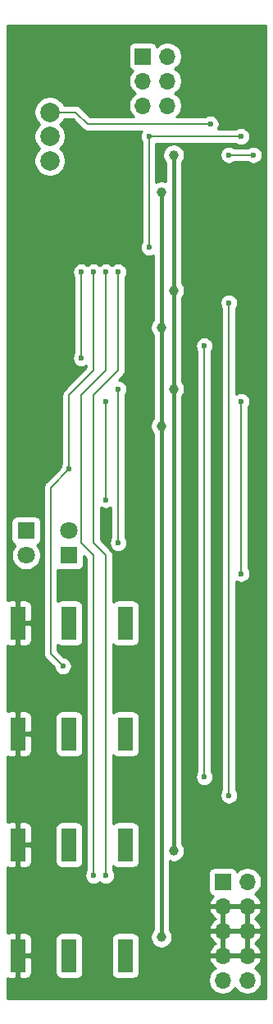
<source format=gbr>
G04 #@! TF.GenerationSoftware,KiCad,Pcbnew,(5.1.10)-1*
G04 #@! TF.CreationDate,2022-10-23T13:04:41+02:00*
G04 #@! TF.ProjectId,LFO Main,4c464f20-4d61-4696-9e2e-6b696361645f,rev?*
G04 #@! TF.SameCoordinates,Original*
G04 #@! TF.FileFunction,Copper,L2,Bot*
G04 #@! TF.FilePolarity,Positive*
%FSLAX46Y46*%
G04 Gerber Fmt 4.6, Leading zero omitted, Abs format (unit mm)*
G04 Created by KiCad (PCBNEW (5.1.10)-1) date 2022-10-23 13:04:41*
%MOMM*%
%LPD*%
G01*
G04 APERTURE LIST*
G04 #@! TA.AperFunction,ComponentPad*
%ADD10O,1.700000X1.700000*%
G04 #@! TD*
G04 #@! TA.AperFunction,ComponentPad*
%ADD11R,1.700000X1.700000*%
G04 #@! TD*
G04 #@! TA.AperFunction,ComponentPad*
%ADD12R,1.600000X3.500000*%
G04 #@! TD*
G04 #@! TA.AperFunction,ComponentPad*
%ADD13C,2.000000*%
G04 #@! TD*
G04 #@! TA.AperFunction,ComponentPad*
%ADD14C,1.800000*%
G04 #@! TD*
G04 #@! TA.AperFunction,ComponentPad*
%ADD15R,1.800000X1.800000*%
G04 #@! TD*
G04 #@! TA.AperFunction,ViaPad*
%ADD16C,0.600000*%
G04 #@! TD*
G04 #@! TA.AperFunction,ViaPad*
%ADD17C,1.000000*%
G04 #@! TD*
G04 #@! TA.AperFunction,Conductor*
%ADD18C,0.203200*%
G04 #@! TD*
G04 #@! TA.AperFunction,Conductor*
%ADD19C,0.400000*%
G04 #@! TD*
G04 #@! TA.AperFunction,Conductor*
%ADD20C,0.254000*%
G04 #@! TD*
G04 #@! TA.AperFunction,Conductor*
%ADD21C,0.100000*%
G04 #@! TD*
G04 APERTURE END LIST*
D10*
G04 #@! TO.P,J6,6*
G04 #@! TO.N,Net-(C1-Pad2)*
X17145000Y-8890000D03*
G04 #@! TO.P,J6,5*
G04 #@! TO.N,Net-(J6-Pad1)*
X14605000Y-8890000D03*
G04 #@! TO.P,J6,4*
G04 #@! TO.N,Net-(C11-Pad2)*
X17145000Y-6350000D03*
G04 #@! TO.P,J6,3*
G04 #@! TO.N,Net-(J6-Pad1)*
X14605000Y-6350000D03*
G04 #@! TO.P,J6,2*
G04 #@! TO.N,Net-(C10-Pad2)*
X17145000Y-3810000D03*
D11*
G04 #@! TO.P,J6,1*
G04 #@! TO.N,Net-(J6-Pad1)*
X14605000Y-3810000D03*
G04 #@! TD*
D12*
G04 #@! TO.P,J4,TN*
G04 #@! TO.N,N/C*
X12800000Y-62230000D03*
G04 #@! TO.P,J4,T*
G04 #@! TO.N,Net-(J4-PadT)*
X7000000Y-62230000D03*
G04 #@! TO.P,J4,S*
G04 #@! TO.N,GND*
X1700000Y-62230000D03*
G04 #@! TD*
G04 #@! TO.P,J3,TN*
G04 #@! TO.N,N/C*
X12800000Y-73660000D03*
G04 #@! TO.P,J3,T*
G04 #@! TO.N,Net-(J3-PadT)*
X7000000Y-73660000D03*
G04 #@! TO.P,J3,S*
G04 #@! TO.N,GND*
X1700000Y-73660000D03*
G04 #@! TD*
G04 #@! TO.P,J2,TN*
G04 #@! TO.N,N/C*
X12800000Y-85090000D03*
G04 #@! TO.P,J2,T*
G04 #@! TO.N,Net-(J2-PadT)*
X7000000Y-85090000D03*
G04 #@! TO.P,J2,S*
G04 #@! TO.N,GND*
X1700000Y-85090000D03*
G04 #@! TD*
G04 #@! TO.P,J1,TN*
G04 #@! TO.N,N/C*
X12800000Y-96520000D03*
G04 #@! TO.P,J1,T*
G04 #@! TO.N,Net-(J1-PadT)*
X7000000Y-96520000D03*
G04 #@! TO.P,J1,S*
G04 #@! TO.N,GND*
X1700000Y-96520000D03*
G04 #@! TD*
D10*
G04 #@! TO.P,J5,-12V*
G04 #@! TO.N,-12VA*
X25400000Y-99060000D03*
X22860000Y-99060000D03*
G04 #@! TO.P,J5,GND*
G04 #@! TO.N,GND*
X25400000Y-96520000D03*
X22860000Y-96520000D03*
X25400000Y-93980000D03*
X22860000Y-93980000D03*
X25400000Y-91440000D03*
X22860000Y-91440000D03*
G04 #@! TO.P,J5,+12V*
G04 #@! TO.N,+12VA*
X25400000Y-88900000D03*
D11*
X22860000Y-88900000D03*
G04 #@! TD*
D13*
G04 #@! TO.P,RV1,CW*
G04 #@! TO.N,Net-(R1-Pad2)*
X5000000Y-14565000D03*
G04 #@! TO.P,RV1,W*
G04 #@! TO.N,Net-(R2-Pad2)*
X5000000Y-12065000D03*
G04 #@! TO.P,RV1,CCW*
G04 #@! TO.N,Net-(R6-Pad2)*
X5000000Y-9565000D03*
G04 #@! TD*
D14*
G04 #@! TO.P,D2,2*
G04 #@! TO.N,Net-(D1-Pad1)*
X2540000Y-55245000D03*
D15*
G04 #@! TO.P,D2,1*
G04 #@! TO.N,Net-(D1-Pad2)*
X2540000Y-52705000D03*
G04 #@! TD*
D14*
G04 #@! TO.P,D1,2*
G04 #@! TO.N,Net-(D1-Pad2)*
X6985000Y-52705000D03*
D15*
G04 #@! TO.P,D1,1*
G04 #@! TO.N,Net-(D1-Pad1)*
X6985000Y-55245000D03*
G04 #@! TD*
D16*
G04 #@! TO.N,TRI*
X15240000Y-12065000D03*
X24765000Y-12065000D03*
X15240000Y-23495000D03*
X9525000Y-26035000D03*
X6985000Y-46355000D03*
X6350000Y-66675000D03*
G04 #@! TO.N,GND*
X19050000Y-7620000D03*
X19050000Y-5080000D03*
X24130000Y-15240000D03*
X6985000Y-23495000D03*
X24130000Y-27940000D03*
X22225000Y-36830000D03*
X23495000Y-25400000D03*
D17*
G04 #@! TO.N,+12V*
X17780000Y-13970000D03*
X17780000Y-27940000D03*
X17780000Y-38100000D03*
X17780000Y-85725000D03*
G04 #@! TO.N,-12V*
X16510000Y-17780000D03*
X16510000Y-41910000D03*
X16510000Y-31750000D03*
X16510000Y-94615000D03*
D16*
G04 #@! TO.N,Net-(D1-Pad2)*
X10795000Y-39370000D03*
X10795000Y-49530000D03*
G04 #@! TO.N,Net-(D1-Pad1)*
X12065000Y-38100000D03*
X12065000Y-53975000D03*
G04 #@! TO.N,Net-(J1-PadT)*
X10795000Y-26035000D03*
X9525000Y-88265000D03*
G04 #@! TO.N,Net-(J2-PadT)*
X20955000Y-33655000D03*
X20955000Y-78105000D03*
G04 #@! TO.N,SQR*
X8255000Y-26035000D03*
X8255000Y-34925000D03*
G04 #@! TO.N,Net-(R6-Pad2)*
X21590000Y-10795000D03*
G04 #@! TO.N,Net-(R6-Pad1)*
X23495000Y-13970000D03*
X26035000Y-13970000D03*
G04 #@! TO.N,Net-(C12-Pad1)*
X12065000Y-26035000D03*
X10795000Y-88265000D03*
G04 #@! TO.N,Net-(C13-Pad1)*
X23495000Y-29210000D03*
X23495000Y-80010000D03*
G04 #@! TO.N,Net-(C14-Pad1)*
X24765000Y-39370000D03*
X24765000Y-57150000D03*
G04 #@! TD*
D18*
G04 #@! TO.N,TRI*
X15240000Y-12065000D02*
X15240000Y-12065000D01*
X24765000Y-12065000D02*
X15240000Y-12065000D01*
X15240000Y-12065000D02*
X15240000Y-23495000D01*
X15240000Y-23495000D02*
X15240000Y-23495000D01*
X9525000Y-26035000D02*
X9525000Y-36195000D01*
X9525000Y-36195000D02*
X6985000Y-38735000D01*
X6985000Y-38735000D02*
X6985000Y-46355000D01*
X6985000Y-46355000D02*
X5080000Y-48260000D01*
X5080000Y-48260000D02*
X5080000Y-63408642D01*
X5080000Y-63408642D02*
X5080000Y-65405000D01*
X5080000Y-65405000D02*
X6350000Y-66675000D01*
X6350000Y-66675000D02*
X6350000Y-66675000D01*
D19*
G04 #@! TO.N,+12V*
X17780000Y-13970000D02*
X17780000Y-27940000D01*
X17780000Y-27940000D02*
X17780000Y-38100000D01*
X17780000Y-27940000D02*
X17780000Y-27940000D01*
X17780000Y-38100000D02*
X17780000Y-38100000D01*
X17780000Y-38100000D02*
X17780000Y-85725000D01*
G04 #@! TO.N,-12V*
X16510000Y-17780000D02*
X16510000Y-31750000D01*
X16510000Y-31750000D02*
X16510000Y-41910000D01*
X16510000Y-41910000D02*
X16510000Y-41910000D01*
X16510000Y-31750000D02*
X16510000Y-31750000D01*
X16510000Y-41910000D02*
X16510000Y-94615000D01*
D18*
G04 #@! TO.N,Net-(D1-Pad2)*
X10795000Y-39370000D02*
X10795000Y-49530000D01*
X10795000Y-49530000D02*
X10795000Y-49530000D01*
G04 #@! TO.N,Net-(D1-Pad1)*
X12065000Y-38100000D02*
X12065000Y-53975000D01*
X12065000Y-53975000D02*
X12065000Y-53975000D01*
G04 #@! TO.N,Net-(J1-PadT)*
X10795000Y-26035000D02*
X10795000Y-36195000D01*
X10795000Y-36195000D02*
X8255000Y-38735000D01*
X8255000Y-38735000D02*
X8255000Y-53975000D01*
X8255000Y-53975000D02*
X9525000Y-55245000D01*
X9525000Y-55245000D02*
X9525000Y-88265000D01*
X9525000Y-88265000D02*
X9525000Y-88265000D01*
G04 #@! TO.N,Net-(J2-PadT)*
X20955000Y-33655000D02*
X20955000Y-78105000D01*
X20955000Y-78105000D02*
X20955000Y-78105000D01*
G04 #@! TO.N,SQR*
X8255000Y-26035000D02*
X8255000Y-34925000D01*
G04 #@! TO.N,Net-(R6-Pad2)*
X8890000Y-10795000D02*
X21590000Y-10795000D01*
X7660000Y-9565000D02*
X8890000Y-10795000D01*
X5000000Y-9565000D02*
X7660000Y-9565000D01*
X21590000Y-10795000D02*
X21590000Y-10795000D01*
X21590000Y-10795000D02*
X21590000Y-10795000D01*
G04 #@! TO.N,Net-(R6-Pad1)*
X23495000Y-13970000D02*
X26035000Y-13970000D01*
X26035000Y-13970000D02*
X26035000Y-13970000D01*
G04 #@! TO.N,Net-(C12-Pad1)*
X12065000Y-26035000D02*
X12065000Y-36195000D01*
X12065000Y-36195000D02*
X9525000Y-38735000D01*
X9525000Y-38735000D02*
X9525000Y-53975000D01*
X9525000Y-53975000D02*
X10795000Y-55245000D01*
X10795000Y-55245000D02*
X10795000Y-88265000D01*
X10795000Y-88265000D02*
X10795000Y-88265000D01*
G04 #@! TO.N,Net-(C13-Pad1)*
X23495000Y-29210000D02*
X23495000Y-80010000D01*
X23495000Y-80010000D02*
X23495000Y-80010000D01*
G04 #@! TO.N,Net-(C14-Pad1)*
X24765000Y-39370000D02*
X24765000Y-57150000D01*
X24765000Y-57150000D02*
X24765000Y-57150000D01*
G04 #@! TD*
D20*
G04 #@! TO.N,GND*
X27280000Y-100940000D02*
X660000Y-100940000D01*
X660000Y-98913740D01*
X21375000Y-98913740D01*
X21375000Y-99206260D01*
X21432068Y-99493158D01*
X21544010Y-99763411D01*
X21706525Y-100006632D01*
X21913368Y-100213475D01*
X22156589Y-100375990D01*
X22426842Y-100487932D01*
X22713740Y-100545000D01*
X23006260Y-100545000D01*
X23293158Y-100487932D01*
X23563411Y-100375990D01*
X23806632Y-100213475D01*
X24013475Y-100006632D01*
X24130000Y-99832240D01*
X24246525Y-100006632D01*
X24453368Y-100213475D01*
X24696589Y-100375990D01*
X24966842Y-100487932D01*
X25253740Y-100545000D01*
X25546260Y-100545000D01*
X25833158Y-100487932D01*
X26103411Y-100375990D01*
X26346632Y-100213475D01*
X26553475Y-100006632D01*
X26715990Y-99763411D01*
X26827932Y-99493158D01*
X26885000Y-99206260D01*
X26885000Y-98913740D01*
X26827932Y-98626842D01*
X26715990Y-98356589D01*
X26553475Y-98113368D01*
X26346632Y-97906525D01*
X26164466Y-97784805D01*
X26281355Y-97715178D01*
X26497588Y-97520269D01*
X26671641Y-97286920D01*
X26796825Y-97024099D01*
X26841476Y-96876890D01*
X26720155Y-96647000D01*
X25527000Y-96647000D01*
X25527000Y-96667000D01*
X25273000Y-96667000D01*
X25273000Y-96647000D01*
X22987000Y-96647000D01*
X22987000Y-96667000D01*
X22733000Y-96667000D01*
X22733000Y-96647000D01*
X21539845Y-96647000D01*
X21418524Y-96876890D01*
X21463175Y-97024099D01*
X21588359Y-97286920D01*
X21762412Y-97520269D01*
X21978645Y-97715178D01*
X22095534Y-97784805D01*
X21913368Y-97906525D01*
X21706525Y-98113368D01*
X21544010Y-98356589D01*
X21432068Y-98626842D01*
X21375000Y-98913740D01*
X660000Y-98913740D01*
X660000Y-98860770D01*
X775518Y-98895812D01*
X900000Y-98908072D01*
X1414250Y-98905000D01*
X1573000Y-98746250D01*
X1573000Y-96647000D01*
X1827000Y-96647000D01*
X1827000Y-98746250D01*
X1985750Y-98905000D01*
X2500000Y-98908072D01*
X2624482Y-98895812D01*
X2744180Y-98859502D01*
X2854494Y-98800537D01*
X2951185Y-98721185D01*
X3030537Y-98624494D01*
X3089502Y-98514180D01*
X3125812Y-98394482D01*
X3138072Y-98270000D01*
X3135000Y-96805750D01*
X2976250Y-96647000D01*
X1827000Y-96647000D01*
X1573000Y-96647000D01*
X1553000Y-96647000D01*
X1553000Y-96393000D01*
X1573000Y-96393000D01*
X1573000Y-94293750D01*
X1827000Y-94293750D01*
X1827000Y-96393000D01*
X2976250Y-96393000D01*
X3135000Y-96234250D01*
X3138072Y-94770000D01*
X5561928Y-94770000D01*
X5561928Y-98270000D01*
X5574188Y-98394482D01*
X5610498Y-98514180D01*
X5669463Y-98624494D01*
X5748815Y-98721185D01*
X5845506Y-98800537D01*
X5955820Y-98859502D01*
X6075518Y-98895812D01*
X6200000Y-98908072D01*
X7800000Y-98908072D01*
X7924482Y-98895812D01*
X8044180Y-98859502D01*
X8154494Y-98800537D01*
X8251185Y-98721185D01*
X8330537Y-98624494D01*
X8389502Y-98514180D01*
X8425812Y-98394482D01*
X8438072Y-98270000D01*
X8438072Y-94770000D01*
X11361928Y-94770000D01*
X11361928Y-98270000D01*
X11374188Y-98394482D01*
X11410498Y-98514180D01*
X11469463Y-98624494D01*
X11548815Y-98721185D01*
X11645506Y-98800537D01*
X11755820Y-98859502D01*
X11875518Y-98895812D01*
X12000000Y-98908072D01*
X13600000Y-98908072D01*
X13724482Y-98895812D01*
X13844180Y-98859502D01*
X13954494Y-98800537D01*
X14051185Y-98721185D01*
X14130537Y-98624494D01*
X14189502Y-98514180D01*
X14225812Y-98394482D01*
X14238072Y-98270000D01*
X14238072Y-94770000D01*
X14225812Y-94645518D01*
X14189502Y-94525820D01*
X14130537Y-94415506D01*
X14051185Y-94318815D01*
X13954494Y-94239463D01*
X13844180Y-94180498D01*
X13724482Y-94144188D01*
X13600000Y-94131928D01*
X12000000Y-94131928D01*
X11875518Y-94144188D01*
X11755820Y-94180498D01*
X11645506Y-94239463D01*
X11548815Y-94318815D01*
X11469463Y-94415506D01*
X11410498Y-94525820D01*
X11374188Y-94645518D01*
X11361928Y-94770000D01*
X8438072Y-94770000D01*
X8425812Y-94645518D01*
X8389502Y-94525820D01*
X8330537Y-94415506D01*
X8251185Y-94318815D01*
X8154494Y-94239463D01*
X8044180Y-94180498D01*
X7924482Y-94144188D01*
X7800000Y-94131928D01*
X6200000Y-94131928D01*
X6075518Y-94144188D01*
X5955820Y-94180498D01*
X5845506Y-94239463D01*
X5748815Y-94318815D01*
X5669463Y-94415506D01*
X5610498Y-94525820D01*
X5574188Y-94645518D01*
X5561928Y-94770000D01*
X3138072Y-94770000D01*
X3125812Y-94645518D01*
X3089502Y-94525820D01*
X3030537Y-94415506D01*
X2951185Y-94318815D01*
X2854494Y-94239463D01*
X2744180Y-94180498D01*
X2624482Y-94144188D01*
X2500000Y-94131928D01*
X1985750Y-94135000D01*
X1827000Y-94293750D01*
X1573000Y-94293750D01*
X1414250Y-94135000D01*
X900000Y-94131928D01*
X775518Y-94144188D01*
X660000Y-94179230D01*
X660000Y-87430770D01*
X775518Y-87465812D01*
X900000Y-87478072D01*
X1414250Y-87475000D01*
X1573000Y-87316250D01*
X1573000Y-85217000D01*
X1827000Y-85217000D01*
X1827000Y-87316250D01*
X1985750Y-87475000D01*
X2500000Y-87478072D01*
X2624482Y-87465812D01*
X2744180Y-87429502D01*
X2854494Y-87370537D01*
X2951185Y-87291185D01*
X3030537Y-87194494D01*
X3089502Y-87084180D01*
X3125812Y-86964482D01*
X3138072Y-86840000D01*
X3135000Y-85375750D01*
X2976250Y-85217000D01*
X1827000Y-85217000D01*
X1573000Y-85217000D01*
X1553000Y-85217000D01*
X1553000Y-84963000D01*
X1573000Y-84963000D01*
X1573000Y-82863750D01*
X1827000Y-82863750D01*
X1827000Y-84963000D01*
X2976250Y-84963000D01*
X3135000Y-84804250D01*
X3138072Y-83340000D01*
X5561928Y-83340000D01*
X5561928Y-86840000D01*
X5574188Y-86964482D01*
X5610498Y-87084180D01*
X5669463Y-87194494D01*
X5748815Y-87291185D01*
X5845506Y-87370537D01*
X5955820Y-87429502D01*
X6075518Y-87465812D01*
X6200000Y-87478072D01*
X7800000Y-87478072D01*
X7924482Y-87465812D01*
X8044180Y-87429502D01*
X8154494Y-87370537D01*
X8251185Y-87291185D01*
X8330537Y-87194494D01*
X8389502Y-87084180D01*
X8425812Y-86964482D01*
X8438072Y-86840000D01*
X8438072Y-83340000D01*
X8425812Y-83215518D01*
X8389502Y-83095820D01*
X8330537Y-82985506D01*
X8251185Y-82888815D01*
X8154494Y-82809463D01*
X8044180Y-82750498D01*
X7924482Y-82714188D01*
X7800000Y-82701928D01*
X6200000Y-82701928D01*
X6075518Y-82714188D01*
X5955820Y-82750498D01*
X5845506Y-82809463D01*
X5748815Y-82888815D01*
X5669463Y-82985506D01*
X5610498Y-83095820D01*
X5574188Y-83215518D01*
X5561928Y-83340000D01*
X3138072Y-83340000D01*
X3125812Y-83215518D01*
X3089502Y-83095820D01*
X3030537Y-82985506D01*
X2951185Y-82888815D01*
X2854494Y-82809463D01*
X2744180Y-82750498D01*
X2624482Y-82714188D01*
X2500000Y-82701928D01*
X1985750Y-82705000D01*
X1827000Y-82863750D01*
X1573000Y-82863750D01*
X1414250Y-82705000D01*
X900000Y-82701928D01*
X775518Y-82714188D01*
X660000Y-82749230D01*
X660000Y-76000770D01*
X775518Y-76035812D01*
X900000Y-76048072D01*
X1414250Y-76045000D01*
X1573000Y-75886250D01*
X1573000Y-73787000D01*
X1827000Y-73787000D01*
X1827000Y-75886250D01*
X1985750Y-76045000D01*
X2500000Y-76048072D01*
X2624482Y-76035812D01*
X2744180Y-75999502D01*
X2854494Y-75940537D01*
X2951185Y-75861185D01*
X3030537Y-75764494D01*
X3089502Y-75654180D01*
X3125812Y-75534482D01*
X3138072Y-75410000D01*
X3135000Y-73945750D01*
X2976250Y-73787000D01*
X1827000Y-73787000D01*
X1573000Y-73787000D01*
X1553000Y-73787000D01*
X1553000Y-73533000D01*
X1573000Y-73533000D01*
X1573000Y-71433750D01*
X1827000Y-71433750D01*
X1827000Y-73533000D01*
X2976250Y-73533000D01*
X3135000Y-73374250D01*
X3138072Y-71910000D01*
X5561928Y-71910000D01*
X5561928Y-75410000D01*
X5574188Y-75534482D01*
X5610498Y-75654180D01*
X5669463Y-75764494D01*
X5748815Y-75861185D01*
X5845506Y-75940537D01*
X5955820Y-75999502D01*
X6075518Y-76035812D01*
X6200000Y-76048072D01*
X7800000Y-76048072D01*
X7924482Y-76035812D01*
X8044180Y-75999502D01*
X8154494Y-75940537D01*
X8251185Y-75861185D01*
X8330537Y-75764494D01*
X8389502Y-75654180D01*
X8425812Y-75534482D01*
X8438072Y-75410000D01*
X8438072Y-71910000D01*
X8425812Y-71785518D01*
X8389502Y-71665820D01*
X8330537Y-71555506D01*
X8251185Y-71458815D01*
X8154494Y-71379463D01*
X8044180Y-71320498D01*
X7924482Y-71284188D01*
X7800000Y-71271928D01*
X6200000Y-71271928D01*
X6075518Y-71284188D01*
X5955820Y-71320498D01*
X5845506Y-71379463D01*
X5748815Y-71458815D01*
X5669463Y-71555506D01*
X5610498Y-71665820D01*
X5574188Y-71785518D01*
X5561928Y-71910000D01*
X3138072Y-71910000D01*
X3125812Y-71785518D01*
X3089502Y-71665820D01*
X3030537Y-71555506D01*
X2951185Y-71458815D01*
X2854494Y-71379463D01*
X2744180Y-71320498D01*
X2624482Y-71284188D01*
X2500000Y-71271928D01*
X1985750Y-71275000D01*
X1827000Y-71433750D01*
X1573000Y-71433750D01*
X1414250Y-71275000D01*
X900000Y-71271928D01*
X775518Y-71284188D01*
X660000Y-71319230D01*
X660000Y-64570770D01*
X775518Y-64605812D01*
X900000Y-64618072D01*
X1414250Y-64615000D01*
X1573000Y-64456250D01*
X1573000Y-62357000D01*
X1827000Y-62357000D01*
X1827000Y-64456250D01*
X1985750Y-64615000D01*
X2500000Y-64618072D01*
X2624482Y-64605812D01*
X2744180Y-64569502D01*
X2854494Y-64510537D01*
X2951185Y-64431185D01*
X3030537Y-64334494D01*
X3089502Y-64224180D01*
X3125812Y-64104482D01*
X3138072Y-63980000D01*
X3135000Y-62515750D01*
X2976250Y-62357000D01*
X1827000Y-62357000D01*
X1573000Y-62357000D01*
X1553000Y-62357000D01*
X1553000Y-62103000D01*
X1573000Y-62103000D01*
X1573000Y-60003750D01*
X1827000Y-60003750D01*
X1827000Y-62103000D01*
X2976250Y-62103000D01*
X3135000Y-61944250D01*
X3138072Y-60480000D01*
X3125812Y-60355518D01*
X3089502Y-60235820D01*
X3030537Y-60125506D01*
X2951185Y-60028815D01*
X2854494Y-59949463D01*
X2744180Y-59890498D01*
X2624482Y-59854188D01*
X2500000Y-59841928D01*
X1985750Y-59845000D01*
X1827000Y-60003750D01*
X1573000Y-60003750D01*
X1414250Y-59845000D01*
X900000Y-59841928D01*
X775518Y-59854188D01*
X660000Y-59889230D01*
X660000Y-51805000D01*
X1001928Y-51805000D01*
X1001928Y-53605000D01*
X1014188Y-53729482D01*
X1050498Y-53849180D01*
X1109463Y-53959494D01*
X1188815Y-54056185D01*
X1285506Y-54135537D01*
X1395820Y-54194502D01*
X1414127Y-54200056D01*
X1347688Y-54266495D01*
X1179701Y-54517905D01*
X1063989Y-54797257D01*
X1005000Y-55093816D01*
X1005000Y-55396184D01*
X1063989Y-55692743D01*
X1179701Y-55972095D01*
X1347688Y-56223505D01*
X1561495Y-56437312D01*
X1812905Y-56605299D01*
X2092257Y-56721011D01*
X2388816Y-56780000D01*
X2691184Y-56780000D01*
X2987743Y-56721011D01*
X3267095Y-56605299D01*
X3518505Y-56437312D01*
X3732312Y-56223505D01*
X3900299Y-55972095D01*
X4016011Y-55692743D01*
X4075000Y-55396184D01*
X4075000Y-55093816D01*
X4016011Y-54797257D01*
X3900299Y-54517905D01*
X3732312Y-54266495D01*
X3665873Y-54200056D01*
X3684180Y-54194502D01*
X3794494Y-54135537D01*
X3891185Y-54056185D01*
X3970537Y-53959494D01*
X4029502Y-53849180D01*
X4065812Y-53729482D01*
X4078072Y-53605000D01*
X4078072Y-51805000D01*
X4065812Y-51680518D01*
X4029502Y-51560820D01*
X3970537Y-51450506D01*
X3891185Y-51353815D01*
X3794494Y-51274463D01*
X3684180Y-51215498D01*
X3564482Y-51179188D01*
X3440000Y-51166928D01*
X1640000Y-51166928D01*
X1515518Y-51179188D01*
X1395820Y-51215498D01*
X1285506Y-51274463D01*
X1188815Y-51353815D01*
X1109463Y-51450506D01*
X1050498Y-51560820D01*
X1014188Y-51680518D01*
X1001928Y-51805000D01*
X660000Y-51805000D01*
X660000Y-48260000D01*
X4339836Y-48260000D01*
X4343400Y-48296183D01*
X4343401Y-63372447D01*
X4343400Y-63372457D01*
X4343401Y-65368807D01*
X4339836Y-65405000D01*
X4352792Y-65536532D01*
X4354059Y-65549399D01*
X4396179Y-65688249D01*
X4464577Y-65816213D01*
X4556626Y-65928375D01*
X4584732Y-65951441D01*
X5418630Y-66785340D01*
X5450932Y-66947729D01*
X5521414Y-67117889D01*
X5623738Y-67271028D01*
X5753972Y-67401262D01*
X5907111Y-67503586D01*
X6077271Y-67574068D01*
X6257911Y-67610000D01*
X6442089Y-67610000D01*
X6622729Y-67574068D01*
X6792889Y-67503586D01*
X6946028Y-67401262D01*
X7076262Y-67271028D01*
X7178586Y-67117889D01*
X7249068Y-66947729D01*
X7285000Y-66767089D01*
X7285000Y-66582911D01*
X7249068Y-66402271D01*
X7178586Y-66232111D01*
X7076262Y-66078972D01*
X6946028Y-65948738D01*
X6792889Y-65846414D01*
X6622729Y-65775932D01*
X6460340Y-65743630D01*
X5816600Y-65099891D01*
X5816600Y-64486815D01*
X5845506Y-64510537D01*
X5955820Y-64569502D01*
X6075518Y-64605812D01*
X6200000Y-64618072D01*
X7800000Y-64618072D01*
X7924482Y-64605812D01*
X8044180Y-64569502D01*
X8154494Y-64510537D01*
X8251185Y-64431185D01*
X8330537Y-64334494D01*
X8389502Y-64224180D01*
X8425812Y-64104482D01*
X8438072Y-63980000D01*
X8438072Y-60480000D01*
X8425812Y-60355518D01*
X8389502Y-60235820D01*
X8330537Y-60125506D01*
X8251185Y-60028815D01*
X8154494Y-59949463D01*
X8044180Y-59890498D01*
X7924482Y-59854188D01*
X7800000Y-59841928D01*
X6200000Y-59841928D01*
X6075518Y-59854188D01*
X5955820Y-59890498D01*
X5845506Y-59949463D01*
X5816600Y-59973185D01*
X5816600Y-56721556D01*
X5840820Y-56734502D01*
X5960518Y-56770812D01*
X6085000Y-56783072D01*
X7885000Y-56783072D01*
X8009482Y-56770812D01*
X8129180Y-56734502D01*
X8239494Y-56675537D01*
X8336185Y-56596185D01*
X8415537Y-56499494D01*
X8474502Y-56389180D01*
X8510812Y-56269482D01*
X8523072Y-56145000D01*
X8523072Y-55284782D01*
X8788400Y-55550110D01*
X8788401Y-87684442D01*
X8696414Y-87822111D01*
X8625932Y-87992271D01*
X8590000Y-88172911D01*
X8590000Y-88357089D01*
X8625932Y-88537729D01*
X8696414Y-88707889D01*
X8798738Y-88861028D01*
X8928972Y-88991262D01*
X9082111Y-89093586D01*
X9252271Y-89164068D01*
X9432911Y-89200000D01*
X9617089Y-89200000D01*
X9797729Y-89164068D01*
X9967889Y-89093586D01*
X10121028Y-88991262D01*
X10160000Y-88952290D01*
X10198972Y-88991262D01*
X10352111Y-89093586D01*
X10522271Y-89164068D01*
X10702911Y-89200000D01*
X10887089Y-89200000D01*
X11067729Y-89164068D01*
X11237889Y-89093586D01*
X11391028Y-88991262D01*
X11521262Y-88861028D01*
X11623586Y-88707889D01*
X11694068Y-88537729D01*
X11730000Y-88357089D01*
X11730000Y-88172911D01*
X11694068Y-87992271D01*
X11623586Y-87822111D01*
X11531600Y-87684444D01*
X11531600Y-87270208D01*
X11548815Y-87291185D01*
X11645506Y-87370537D01*
X11755820Y-87429502D01*
X11875518Y-87465812D01*
X12000000Y-87478072D01*
X13600000Y-87478072D01*
X13724482Y-87465812D01*
X13844180Y-87429502D01*
X13954494Y-87370537D01*
X14051185Y-87291185D01*
X14130537Y-87194494D01*
X14189502Y-87084180D01*
X14225812Y-86964482D01*
X14238072Y-86840000D01*
X14238072Y-83340000D01*
X14225812Y-83215518D01*
X14189502Y-83095820D01*
X14130537Y-82985506D01*
X14051185Y-82888815D01*
X13954494Y-82809463D01*
X13844180Y-82750498D01*
X13724482Y-82714188D01*
X13600000Y-82701928D01*
X12000000Y-82701928D01*
X11875518Y-82714188D01*
X11755820Y-82750498D01*
X11645506Y-82809463D01*
X11548815Y-82888815D01*
X11531600Y-82909792D01*
X11531600Y-75840208D01*
X11548815Y-75861185D01*
X11645506Y-75940537D01*
X11755820Y-75999502D01*
X11875518Y-76035812D01*
X12000000Y-76048072D01*
X13600000Y-76048072D01*
X13724482Y-76035812D01*
X13844180Y-75999502D01*
X13954494Y-75940537D01*
X14051185Y-75861185D01*
X14130537Y-75764494D01*
X14189502Y-75654180D01*
X14225812Y-75534482D01*
X14238072Y-75410000D01*
X14238072Y-71910000D01*
X14225812Y-71785518D01*
X14189502Y-71665820D01*
X14130537Y-71555506D01*
X14051185Y-71458815D01*
X13954494Y-71379463D01*
X13844180Y-71320498D01*
X13724482Y-71284188D01*
X13600000Y-71271928D01*
X12000000Y-71271928D01*
X11875518Y-71284188D01*
X11755820Y-71320498D01*
X11645506Y-71379463D01*
X11548815Y-71458815D01*
X11531600Y-71479792D01*
X11531600Y-64410208D01*
X11548815Y-64431185D01*
X11645506Y-64510537D01*
X11755820Y-64569502D01*
X11875518Y-64605812D01*
X12000000Y-64618072D01*
X13600000Y-64618072D01*
X13724482Y-64605812D01*
X13844180Y-64569502D01*
X13954494Y-64510537D01*
X14051185Y-64431185D01*
X14130537Y-64334494D01*
X14189502Y-64224180D01*
X14225812Y-64104482D01*
X14238072Y-63980000D01*
X14238072Y-60480000D01*
X14225812Y-60355518D01*
X14189502Y-60235820D01*
X14130537Y-60125506D01*
X14051185Y-60028815D01*
X13954494Y-59949463D01*
X13844180Y-59890498D01*
X13724482Y-59854188D01*
X13600000Y-59841928D01*
X12000000Y-59841928D01*
X11875518Y-59854188D01*
X11755820Y-59890498D01*
X11645506Y-59949463D01*
X11548815Y-60028815D01*
X11531600Y-60049792D01*
X11531600Y-55281175D01*
X11535163Y-55244999D01*
X11531600Y-55208823D01*
X11531600Y-55208814D01*
X11520942Y-55100601D01*
X11478822Y-54961751D01*
X11410424Y-54833787D01*
X11399215Y-54820129D01*
X11341442Y-54749732D01*
X11341437Y-54749727D01*
X11318374Y-54721625D01*
X11290273Y-54698563D01*
X10261600Y-53669891D01*
X10261600Y-50298109D01*
X10352111Y-50358586D01*
X10522271Y-50429068D01*
X10702911Y-50465000D01*
X10887089Y-50465000D01*
X11067729Y-50429068D01*
X11237889Y-50358586D01*
X11328401Y-50298108D01*
X11328401Y-53394443D01*
X11236414Y-53532111D01*
X11165932Y-53702271D01*
X11130000Y-53882911D01*
X11130000Y-54067089D01*
X11165932Y-54247729D01*
X11236414Y-54417889D01*
X11338738Y-54571028D01*
X11468972Y-54701262D01*
X11622111Y-54803586D01*
X11792271Y-54874068D01*
X11972911Y-54910000D01*
X12157089Y-54910000D01*
X12337729Y-54874068D01*
X12507889Y-54803586D01*
X12661028Y-54701262D01*
X12791262Y-54571028D01*
X12893586Y-54417889D01*
X12964068Y-54247729D01*
X13000000Y-54067089D01*
X13000000Y-53882911D01*
X12964068Y-53702271D01*
X12893586Y-53532111D01*
X12801600Y-53394444D01*
X12801600Y-38680556D01*
X12893586Y-38542889D01*
X12964068Y-38372729D01*
X13000000Y-38192089D01*
X13000000Y-38007911D01*
X12964068Y-37827271D01*
X12893586Y-37657111D01*
X12791262Y-37503972D01*
X12661028Y-37373738D01*
X12507889Y-37271414D01*
X12337729Y-37200932D01*
X12157089Y-37165000D01*
X12136709Y-37165000D01*
X12560263Y-36741446D01*
X12588375Y-36718375D01*
X12680424Y-36606213D01*
X12748822Y-36478249D01*
X12790942Y-36339399D01*
X12801600Y-36231186D01*
X12801600Y-36231177D01*
X12805163Y-36195001D01*
X12801600Y-36158825D01*
X12801600Y-26615556D01*
X12893586Y-26477889D01*
X12964068Y-26307729D01*
X13000000Y-26127089D01*
X13000000Y-25942911D01*
X12964068Y-25762271D01*
X12893586Y-25592111D01*
X12791262Y-25438972D01*
X12661028Y-25308738D01*
X12507889Y-25206414D01*
X12337729Y-25135932D01*
X12157089Y-25100000D01*
X11972911Y-25100000D01*
X11792271Y-25135932D01*
X11622111Y-25206414D01*
X11468972Y-25308738D01*
X11430000Y-25347710D01*
X11391028Y-25308738D01*
X11237889Y-25206414D01*
X11067729Y-25135932D01*
X10887089Y-25100000D01*
X10702911Y-25100000D01*
X10522271Y-25135932D01*
X10352111Y-25206414D01*
X10198972Y-25308738D01*
X10160000Y-25347710D01*
X10121028Y-25308738D01*
X9967889Y-25206414D01*
X9797729Y-25135932D01*
X9617089Y-25100000D01*
X9432911Y-25100000D01*
X9252271Y-25135932D01*
X9082111Y-25206414D01*
X8928972Y-25308738D01*
X8890000Y-25347710D01*
X8851028Y-25308738D01*
X8697889Y-25206414D01*
X8527729Y-25135932D01*
X8347089Y-25100000D01*
X8162911Y-25100000D01*
X7982271Y-25135932D01*
X7812111Y-25206414D01*
X7658972Y-25308738D01*
X7528738Y-25438972D01*
X7426414Y-25592111D01*
X7355932Y-25762271D01*
X7320000Y-25942911D01*
X7320000Y-26127089D01*
X7355932Y-26307729D01*
X7426414Y-26477889D01*
X7518400Y-26615556D01*
X7518401Y-34344443D01*
X7426414Y-34482111D01*
X7355932Y-34652271D01*
X7320000Y-34832911D01*
X7320000Y-35017089D01*
X7355932Y-35197729D01*
X7426414Y-35367889D01*
X7528738Y-35521028D01*
X7658972Y-35651262D01*
X7812111Y-35753586D01*
X7982271Y-35824068D01*
X8162911Y-35860000D01*
X8347089Y-35860000D01*
X8527729Y-35824068D01*
X8697889Y-35753586D01*
X8788401Y-35693108D01*
X8788401Y-35889890D01*
X6489732Y-38188559D01*
X6461625Y-38211626D01*
X6369576Y-38323788D01*
X6301178Y-38451752D01*
X6259058Y-38590602D01*
X6248400Y-38698814D01*
X6244836Y-38735000D01*
X6248400Y-38771183D01*
X6248401Y-45774443D01*
X6156414Y-45912111D01*
X6085932Y-46082271D01*
X6053630Y-46244660D01*
X4584732Y-47713559D01*
X4556625Y-47736626D01*
X4464576Y-47848788D01*
X4396178Y-47976752D01*
X4354058Y-48115602D01*
X4343400Y-48223814D01*
X4339836Y-48260000D01*
X660000Y-48260000D01*
X660000Y-9403967D01*
X3365000Y-9403967D01*
X3365000Y-9726033D01*
X3427832Y-10041912D01*
X3551082Y-10339463D01*
X3730013Y-10607252D01*
X3937761Y-10815000D01*
X3730013Y-11022748D01*
X3551082Y-11290537D01*
X3427832Y-11588088D01*
X3365000Y-11903967D01*
X3365000Y-12226033D01*
X3427832Y-12541912D01*
X3551082Y-12839463D01*
X3730013Y-13107252D01*
X3937761Y-13315000D01*
X3730013Y-13522748D01*
X3551082Y-13790537D01*
X3427832Y-14088088D01*
X3365000Y-14403967D01*
X3365000Y-14726033D01*
X3427832Y-15041912D01*
X3551082Y-15339463D01*
X3730013Y-15607252D01*
X3957748Y-15834987D01*
X4225537Y-16013918D01*
X4523088Y-16137168D01*
X4838967Y-16200000D01*
X5161033Y-16200000D01*
X5476912Y-16137168D01*
X5774463Y-16013918D01*
X6042252Y-15834987D01*
X6269987Y-15607252D01*
X6448918Y-15339463D01*
X6572168Y-15041912D01*
X6635000Y-14726033D01*
X6635000Y-14403967D01*
X6572168Y-14088088D01*
X6448918Y-13790537D01*
X6269987Y-13522748D01*
X6062239Y-13315000D01*
X6269987Y-13107252D01*
X6448918Y-12839463D01*
X6572168Y-12541912D01*
X6635000Y-12226033D01*
X6635000Y-11903967D01*
X6572168Y-11588088D01*
X6448918Y-11290537D01*
X6269987Y-11022748D01*
X6062239Y-10815000D01*
X6269987Y-10607252D01*
X6448918Y-10339463D01*
X6464601Y-10301600D01*
X7354891Y-10301600D01*
X8343559Y-11290269D01*
X8366625Y-11318375D01*
X8478787Y-11410424D01*
X8606751Y-11478822D01*
X8745601Y-11520942D01*
X8890000Y-11535164D01*
X8926186Y-11531600D01*
X14471891Y-11531600D01*
X14411414Y-11622111D01*
X14340932Y-11792271D01*
X14305000Y-11972911D01*
X14305000Y-12157089D01*
X14340932Y-12337729D01*
X14411414Y-12507889D01*
X14503400Y-12645556D01*
X14503401Y-22914443D01*
X14411414Y-23052111D01*
X14340932Y-23222271D01*
X14305000Y-23402911D01*
X14305000Y-23587089D01*
X14340932Y-23767729D01*
X14411414Y-23937889D01*
X14513738Y-24091028D01*
X14643972Y-24221262D01*
X14797111Y-24323586D01*
X14967271Y-24394068D01*
X15147911Y-24430000D01*
X15332089Y-24430000D01*
X15512729Y-24394068D01*
X15675000Y-24326854D01*
X15675001Y-30979867D01*
X15628388Y-31026480D01*
X15504176Y-31212376D01*
X15418617Y-31418933D01*
X15375000Y-31638212D01*
X15375000Y-31861788D01*
X15418617Y-32081067D01*
X15504176Y-32287624D01*
X15628388Y-32473520D01*
X15675000Y-32520132D01*
X15675001Y-41139867D01*
X15628388Y-41186480D01*
X15504176Y-41372376D01*
X15418617Y-41578933D01*
X15375000Y-41798212D01*
X15375000Y-42021788D01*
X15418617Y-42241067D01*
X15504176Y-42447624D01*
X15628388Y-42633520D01*
X15675000Y-42680132D01*
X15675001Y-93844867D01*
X15628388Y-93891480D01*
X15504176Y-94077376D01*
X15418617Y-94283933D01*
X15375000Y-94503212D01*
X15375000Y-94726788D01*
X15418617Y-94946067D01*
X15504176Y-95152624D01*
X15628388Y-95338520D01*
X15786480Y-95496612D01*
X15972376Y-95620824D01*
X16178933Y-95706383D01*
X16398212Y-95750000D01*
X16621788Y-95750000D01*
X16841067Y-95706383D01*
X17047624Y-95620824D01*
X17233520Y-95496612D01*
X17391612Y-95338520D01*
X17515824Y-95152624D01*
X17601383Y-94946067D01*
X17645000Y-94726788D01*
X17645000Y-94503212D01*
X17611917Y-94336890D01*
X21418524Y-94336890D01*
X21463175Y-94484099D01*
X21588359Y-94746920D01*
X21762412Y-94980269D01*
X21978645Y-95175178D01*
X22104255Y-95250000D01*
X21978645Y-95324822D01*
X21762412Y-95519731D01*
X21588359Y-95753080D01*
X21463175Y-96015901D01*
X21418524Y-96163110D01*
X21539845Y-96393000D01*
X22733000Y-96393000D01*
X22733000Y-94107000D01*
X22987000Y-94107000D01*
X22987000Y-96393000D01*
X25273000Y-96393000D01*
X25273000Y-94107000D01*
X25527000Y-94107000D01*
X25527000Y-96393000D01*
X26720155Y-96393000D01*
X26841476Y-96163110D01*
X26796825Y-96015901D01*
X26671641Y-95753080D01*
X26497588Y-95519731D01*
X26281355Y-95324822D01*
X26155745Y-95250000D01*
X26281355Y-95175178D01*
X26497588Y-94980269D01*
X26671641Y-94746920D01*
X26796825Y-94484099D01*
X26841476Y-94336890D01*
X26720155Y-94107000D01*
X25527000Y-94107000D01*
X25273000Y-94107000D01*
X22987000Y-94107000D01*
X22733000Y-94107000D01*
X21539845Y-94107000D01*
X21418524Y-94336890D01*
X17611917Y-94336890D01*
X17601383Y-94283933D01*
X17515824Y-94077376D01*
X17391612Y-93891480D01*
X17345000Y-93844868D01*
X17345000Y-91796890D01*
X21418524Y-91796890D01*
X21463175Y-91944099D01*
X21588359Y-92206920D01*
X21762412Y-92440269D01*
X21978645Y-92635178D01*
X22104255Y-92710000D01*
X21978645Y-92784822D01*
X21762412Y-92979731D01*
X21588359Y-93213080D01*
X21463175Y-93475901D01*
X21418524Y-93623110D01*
X21539845Y-93853000D01*
X22733000Y-93853000D01*
X22733000Y-91567000D01*
X22987000Y-91567000D01*
X22987000Y-93853000D01*
X25273000Y-93853000D01*
X25273000Y-91567000D01*
X25527000Y-91567000D01*
X25527000Y-93853000D01*
X26720155Y-93853000D01*
X26841476Y-93623110D01*
X26796825Y-93475901D01*
X26671641Y-93213080D01*
X26497588Y-92979731D01*
X26281355Y-92784822D01*
X26155745Y-92710000D01*
X26281355Y-92635178D01*
X26497588Y-92440269D01*
X26671641Y-92206920D01*
X26796825Y-91944099D01*
X26841476Y-91796890D01*
X26720155Y-91567000D01*
X25527000Y-91567000D01*
X25273000Y-91567000D01*
X22987000Y-91567000D01*
X22733000Y-91567000D01*
X21539845Y-91567000D01*
X21418524Y-91796890D01*
X17345000Y-91796890D01*
X17345000Y-88050000D01*
X21371928Y-88050000D01*
X21371928Y-89750000D01*
X21384188Y-89874482D01*
X21420498Y-89994180D01*
X21479463Y-90104494D01*
X21558815Y-90201185D01*
X21655506Y-90280537D01*
X21765820Y-90339502D01*
X21846466Y-90363966D01*
X21762412Y-90439731D01*
X21588359Y-90673080D01*
X21463175Y-90935901D01*
X21418524Y-91083110D01*
X21539845Y-91313000D01*
X22733000Y-91313000D01*
X22733000Y-91293000D01*
X22987000Y-91293000D01*
X22987000Y-91313000D01*
X25273000Y-91313000D01*
X25273000Y-91293000D01*
X25527000Y-91293000D01*
X25527000Y-91313000D01*
X26720155Y-91313000D01*
X26841476Y-91083110D01*
X26796825Y-90935901D01*
X26671641Y-90673080D01*
X26497588Y-90439731D01*
X26281355Y-90244822D01*
X26164466Y-90175195D01*
X26346632Y-90053475D01*
X26553475Y-89846632D01*
X26715990Y-89603411D01*
X26827932Y-89333158D01*
X26885000Y-89046260D01*
X26885000Y-88753740D01*
X26827932Y-88466842D01*
X26715990Y-88196589D01*
X26553475Y-87953368D01*
X26346632Y-87746525D01*
X26103411Y-87584010D01*
X25833158Y-87472068D01*
X25546260Y-87415000D01*
X25253740Y-87415000D01*
X24966842Y-87472068D01*
X24696589Y-87584010D01*
X24453368Y-87746525D01*
X24321513Y-87878380D01*
X24299502Y-87805820D01*
X24240537Y-87695506D01*
X24161185Y-87598815D01*
X24064494Y-87519463D01*
X23954180Y-87460498D01*
X23834482Y-87424188D01*
X23710000Y-87411928D01*
X22010000Y-87411928D01*
X21885518Y-87424188D01*
X21765820Y-87460498D01*
X21655506Y-87519463D01*
X21558815Y-87598815D01*
X21479463Y-87695506D01*
X21420498Y-87805820D01*
X21384188Y-87925518D01*
X21371928Y-88050000D01*
X17345000Y-88050000D01*
X17345000Y-86773332D01*
X17448933Y-86816383D01*
X17668212Y-86860000D01*
X17891788Y-86860000D01*
X18111067Y-86816383D01*
X18317624Y-86730824D01*
X18503520Y-86606612D01*
X18661612Y-86448520D01*
X18785824Y-86262624D01*
X18871383Y-86056067D01*
X18915000Y-85836788D01*
X18915000Y-85613212D01*
X18871383Y-85393933D01*
X18785824Y-85187376D01*
X18661612Y-85001480D01*
X18615000Y-84954868D01*
X18615000Y-38870132D01*
X18661612Y-38823520D01*
X18785824Y-38637624D01*
X18871383Y-38431067D01*
X18915000Y-38211788D01*
X18915000Y-37988212D01*
X18871383Y-37768933D01*
X18785824Y-37562376D01*
X18661612Y-37376480D01*
X18615000Y-37329868D01*
X18615000Y-33562911D01*
X20020000Y-33562911D01*
X20020000Y-33747089D01*
X20055932Y-33927729D01*
X20126414Y-34097889D01*
X20218400Y-34235556D01*
X20218401Y-77524442D01*
X20126414Y-77662111D01*
X20055932Y-77832271D01*
X20020000Y-78012911D01*
X20020000Y-78197089D01*
X20055932Y-78377729D01*
X20126414Y-78547889D01*
X20228738Y-78701028D01*
X20358972Y-78831262D01*
X20512111Y-78933586D01*
X20682271Y-79004068D01*
X20862911Y-79040000D01*
X21047089Y-79040000D01*
X21227729Y-79004068D01*
X21397889Y-78933586D01*
X21551028Y-78831262D01*
X21681262Y-78701028D01*
X21783586Y-78547889D01*
X21854068Y-78377729D01*
X21890000Y-78197089D01*
X21890000Y-78012911D01*
X21854068Y-77832271D01*
X21783586Y-77662111D01*
X21691600Y-77524444D01*
X21691600Y-34235556D01*
X21783586Y-34097889D01*
X21854068Y-33927729D01*
X21890000Y-33747089D01*
X21890000Y-33562911D01*
X21854068Y-33382271D01*
X21783586Y-33212111D01*
X21681262Y-33058972D01*
X21551028Y-32928738D01*
X21397889Y-32826414D01*
X21227729Y-32755932D01*
X21047089Y-32720000D01*
X20862911Y-32720000D01*
X20682271Y-32755932D01*
X20512111Y-32826414D01*
X20358972Y-32928738D01*
X20228738Y-33058972D01*
X20126414Y-33212111D01*
X20055932Y-33382271D01*
X20020000Y-33562911D01*
X18615000Y-33562911D01*
X18615000Y-29117911D01*
X22560000Y-29117911D01*
X22560000Y-29302089D01*
X22595932Y-29482729D01*
X22666414Y-29652889D01*
X22758400Y-29790556D01*
X22758401Y-79429442D01*
X22666414Y-79567111D01*
X22595932Y-79737271D01*
X22560000Y-79917911D01*
X22560000Y-80102089D01*
X22595932Y-80282729D01*
X22666414Y-80452889D01*
X22768738Y-80606028D01*
X22898972Y-80736262D01*
X23052111Y-80838586D01*
X23222271Y-80909068D01*
X23402911Y-80945000D01*
X23587089Y-80945000D01*
X23767729Y-80909068D01*
X23937889Y-80838586D01*
X24091028Y-80736262D01*
X24221262Y-80606028D01*
X24323586Y-80452889D01*
X24394068Y-80282729D01*
X24430000Y-80102089D01*
X24430000Y-79917911D01*
X24394068Y-79737271D01*
X24323586Y-79567111D01*
X24231600Y-79429444D01*
X24231600Y-57918109D01*
X24322111Y-57978586D01*
X24492271Y-58049068D01*
X24672911Y-58085000D01*
X24857089Y-58085000D01*
X25037729Y-58049068D01*
X25207889Y-57978586D01*
X25361028Y-57876262D01*
X25491262Y-57746028D01*
X25593586Y-57592889D01*
X25664068Y-57422729D01*
X25700000Y-57242089D01*
X25700000Y-57057911D01*
X25664068Y-56877271D01*
X25593586Y-56707111D01*
X25501600Y-56569444D01*
X25501600Y-39950556D01*
X25593586Y-39812889D01*
X25664068Y-39642729D01*
X25700000Y-39462089D01*
X25700000Y-39277911D01*
X25664068Y-39097271D01*
X25593586Y-38927111D01*
X25491262Y-38773972D01*
X25361028Y-38643738D01*
X25207889Y-38541414D01*
X25037729Y-38470932D01*
X24857089Y-38435000D01*
X24672911Y-38435000D01*
X24492271Y-38470932D01*
X24322111Y-38541414D01*
X24231600Y-38601891D01*
X24231600Y-29790556D01*
X24323586Y-29652889D01*
X24394068Y-29482729D01*
X24430000Y-29302089D01*
X24430000Y-29117911D01*
X24394068Y-28937271D01*
X24323586Y-28767111D01*
X24221262Y-28613972D01*
X24091028Y-28483738D01*
X23937889Y-28381414D01*
X23767729Y-28310932D01*
X23587089Y-28275000D01*
X23402911Y-28275000D01*
X23222271Y-28310932D01*
X23052111Y-28381414D01*
X22898972Y-28483738D01*
X22768738Y-28613972D01*
X22666414Y-28767111D01*
X22595932Y-28937271D01*
X22560000Y-29117911D01*
X18615000Y-29117911D01*
X18615000Y-28710132D01*
X18661612Y-28663520D01*
X18785824Y-28477624D01*
X18871383Y-28271067D01*
X18915000Y-28051788D01*
X18915000Y-27828212D01*
X18871383Y-27608933D01*
X18785824Y-27402376D01*
X18661612Y-27216480D01*
X18615000Y-27169868D01*
X18615000Y-14740132D01*
X18661612Y-14693520D01*
X18785824Y-14507624D01*
X18871383Y-14301067D01*
X18915000Y-14081788D01*
X18915000Y-13877911D01*
X22560000Y-13877911D01*
X22560000Y-14062089D01*
X22595932Y-14242729D01*
X22666414Y-14412889D01*
X22768738Y-14566028D01*
X22898972Y-14696262D01*
X23052111Y-14798586D01*
X23222271Y-14869068D01*
X23402911Y-14905000D01*
X23587089Y-14905000D01*
X23767729Y-14869068D01*
X23937889Y-14798586D01*
X24075556Y-14706600D01*
X25454444Y-14706600D01*
X25592111Y-14798586D01*
X25762271Y-14869068D01*
X25942911Y-14905000D01*
X26127089Y-14905000D01*
X26307729Y-14869068D01*
X26477889Y-14798586D01*
X26631028Y-14696262D01*
X26761262Y-14566028D01*
X26863586Y-14412889D01*
X26934068Y-14242729D01*
X26970000Y-14062089D01*
X26970000Y-13877911D01*
X26934068Y-13697271D01*
X26863586Y-13527111D01*
X26761262Y-13373972D01*
X26631028Y-13243738D01*
X26477889Y-13141414D01*
X26307729Y-13070932D01*
X26127089Y-13035000D01*
X25942911Y-13035000D01*
X25762271Y-13070932D01*
X25592111Y-13141414D01*
X25454444Y-13233400D01*
X24075556Y-13233400D01*
X23937889Y-13141414D01*
X23767729Y-13070932D01*
X23587089Y-13035000D01*
X23402911Y-13035000D01*
X23222271Y-13070932D01*
X23052111Y-13141414D01*
X22898972Y-13243738D01*
X22768738Y-13373972D01*
X22666414Y-13527111D01*
X22595932Y-13697271D01*
X22560000Y-13877911D01*
X18915000Y-13877911D01*
X18915000Y-13858212D01*
X18871383Y-13638933D01*
X18785824Y-13432376D01*
X18661612Y-13246480D01*
X18503520Y-13088388D01*
X18317624Y-12964176D01*
X18111067Y-12878617D01*
X17891788Y-12835000D01*
X17668212Y-12835000D01*
X17448933Y-12878617D01*
X17242376Y-12964176D01*
X17056480Y-13088388D01*
X16898388Y-13246480D01*
X16774176Y-13432376D01*
X16688617Y-13638933D01*
X16645000Y-13858212D01*
X16645000Y-14081788D01*
X16688617Y-14301067D01*
X16774176Y-14507624D01*
X16898388Y-14693520D01*
X16945000Y-14740132D01*
X16945000Y-16731668D01*
X16841067Y-16688617D01*
X16621788Y-16645000D01*
X16398212Y-16645000D01*
X16178933Y-16688617D01*
X15976600Y-16772426D01*
X15976600Y-12801600D01*
X24184444Y-12801600D01*
X24322111Y-12893586D01*
X24492271Y-12964068D01*
X24672911Y-13000000D01*
X24857089Y-13000000D01*
X25037729Y-12964068D01*
X25207889Y-12893586D01*
X25361028Y-12791262D01*
X25491262Y-12661028D01*
X25593586Y-12507889D01*
X25664068Y-12337729D01*
X25700000Y-12157089D01*
X25700000Y-11972911D01*
X25664068Y-11792271D01*
X25593586Y-11622111D01*
X25491262Y-11468972D01*
X25361028Y-11338738D01*
X25207889Y-11236414D01*
X25037729Y-11165932D01*
X24857089Y-11130000D01*
X24672911Y-11130000D01*
X24492271Y-11165932D01*
X24322111Y-11236414D01*
X24184444Y-11328400D01*
X22358109Y-11328400D01*
X22418586Y-11237889D01*
X22489068Y-11067729D01*
X22525000Y-10887089D01*
X22525000Y-10702911D01*
X22489068Y-10522271D01*
X22418586Y-10352111D01*
X22316262Y-10198972D01*
X22186028Y-10068738D01*
X22032889Y-9966414D01*
X21862729Y-9895932D01*
X21682089Y-9860000D01*
X21497911Y-9860000D01*
X21317271Y-9895932D01*
X21147111Y-9966414D01*
X21009444Y-10058400D01*
X18069295Y-10058400D01*
X18091632Y-10043475D01*
X18298475Y-9836632D01*
X18460990Y-9593411D01*
X18572932Y-9323158D01*
X18630000Y-9036260D01*
X18630000Y-8743740D01*
X18572932Y-8456842D01*
X18460990Y-8186589D01*
X18298475Y-7943368D01*
X18091632Y-7736525D01*
X17917240Y-7620000D01*
X18091632Y-7503475D01*
X18298475Y-7296632D01*
X18460990Y-7053411D01*
X18572932Y-6783158D01*
X18630000Y-6496260D01*
X18630000Y-6203740D01*
X18572932Y-5916842D01*
X18460990Y-5646589D01*
X18298475Y-5403368D01*
X18091632Y-5196525D01*
X17917240Y-5080000D01*
X18091632Y-4963475D01*
X18298475Y-4756632D01*
X18460990Y-4513411D01*
X18572932Y-4243158D01*
X18630000Y-3956260D01*
X18630000Y-3663740D01*
X18572932Y-3376842D01*
X18460990Y-3106589D01*
X18298475Y-2863368D01*
X18091632Y-2656525D01*
X17848411Y-2494010D01*
X17578158Y-2382068D01*
X17291260Y-2325000D01*
X16998740Y-2325000D01*
X16711842Y-2382068D01*
X16441589Y-2494010D01*
X16198368Y-2656525D01*
X16066513Y-2788380D01*
X16044502Y-2715820D01*
X15985537Y-2605506D01*
X15906185Y-2508815D01*
X15809494Y-2429463D01*
X15699180Y-2370498D01*
X15579482Y-2334188D01*
X15455000Y-2321928D01*
X13755000Y-2321928D01*
X13630518Y-2334188D01*
X13510820Y-2370498D01*
X13400506Y-2429463D01*
X13303815Y-2508815D01*
X13224463Y-2605506D01*
X13165498Y-2715820D01*
X13129188Y-2835518D01*
X13116928Y-2960000D01*
X13116928Y-4660000D01*
X13129188Y-4784482D01*
X13165498Y-4904180D01*
X13224463Y-5014494D01*
X13303815Y-5111185D01*
X13400506Y-5190537D01*
X13510820Y-5249502D01*
X13583380Y-5271513D01*
X13451525Y-5403368D01*
X13289010Y-5646589D01*
X13177068Y-5916842D01*
X13120000Y-6203740D01*
X13120000Y-6496260D01*
X13177068Y-6783158D01*
X13289010Y-7053411D01*
X13451525Y-7296632D01*
X13658368Y-7503475D01*
X13832760Y-7620000D01*
X13658368Y-7736525D01*
X13451525Y-7943368D01*
X13289010Y-8186589D01*
X13177068Y-8456842D01*
X13120000Y-8743740D01*
X13120000Y-9036260D01*
X13177068Y-9323158D01*
X13289010Y-9593411D01*
X13451525Y-9836632D01*
X13658368Y-10043475D01*
X13680705Y-10058400D01*
X9195110Y-10058400D01*
X8206445Y-9069736D01*
X8183375Y-9041625D01*
X8071213Y-8949576D01*
X7943249Y-8881178D01*
X7804399Y-8839058D01*
X7696186Y-8828400D01*
X7696183Y-8828400D01*
X7660000Y-8824836D01*
X7623817Y-8828400D01*
X6464601Y-8828400D01*
X6448918Y-8790537D01*
X6269987Y-8522748D01*
X6042252Y-8295013D01*
X5774463Y-8116082D01*
X5476912Y-7992832D01*
X5161033Y-7930000D01*
X4838967Y-7930000D01*
X4523088Y-7992832D01*
X4225537Y-8116082D01*
X3957748Y-8295013D01*
X3730013Y-8522748D01*
X3551082Y-8790537D01*
X3427832Y-9088088D01*
X3365000Y-9403967D01*
X660000Y-9403967D01*
X660000Y-660000D01*
X27280001Y-660000D01*
X27280000Y-100940000D01*
G04 #@! TA.AperFunction,Conductor*
D21*
G36*
X27280000Y-100940000D02*
G01*
X660000Y-100940000D01*
X660000Y-98913740D01*
X21375000Y-98913740D01*
X21375000Y-99206260D01*
X21432068Y-99493158D01*
X21544010Y-99763411D01*
X21706525Y-100006632D01*
X21913368Y-100213475D01*
X22156589Y-100375990D01*
X22426842Y-100487932D01*
X22713740Y-100545000D01*
X23006260Y-100545000D01*
X23293158Y-100487932D01*
X23563411Y-100375990D01*
X23806632Y-100213475D01*
X24013475Y-100006632D01*
X24130000Y-99832240D01*
X24246525Y-100006632D01*
X24453368Y-100213475D01*
X24696589Y-100375990D01*
X24966842Y-100487932D01*
X25253740Y-100545000D01*
X25546260Y-100545000D01*
X25833158Y-100487932D01*
X26103411Y-100375990D01*
X26346632Y-100213475D01*
X26553475Y-100006632D01*
X26715990Y-99763411D01*
X26827932Y-99493158D01*
X26885000Y-99206260D01*
X26885000Y-98913740D01*
X26827932Y-98626842D01*
X26715990Y-98356589D01*
X26553475Y-98113368D01*
X26346632Y-97906525D01*
X26164466Y-97784805D01*
X26281355Y-97715178D01*
X26497588Y-97520269D01*
X26671641Y-97286920D01*
X26796825Y-97024099D01*
X26841476Y-96876890D01*
X26720155Y-96647000D01*
X25527000Y-96647000D01*
X25527000Y-96667000D01*
X25273000Y-96667000D01*
X25273000Y-96647000D01*
X22987000Y-96647000D01*
X22987000Y-96667000D01*
X22733000Y-96667000D01*
X22733000Y-96647000D01*
X21539845Y-96647000D01*
X21418524Y-96876890D01*
X21463175Y-97024099D01*
X21588359Y-97286920D01*
X21762412Y-97520269D01*
X21978645Y-97715178D01*
X22095534Y-97784805D01*
X21913368Y-97906525D01*
X21706525Y-98113368D01*
X21544010Y-98356589D01*
X21432068Y-98626842D01*
X21375000Y-98913740D01*
X660000Y-98913740D01*
X660000Y-98860770D01*
X775518Y-98895812D01*
X900000Y-98908072D01*
X1414250Y-98905000D01*
X1573000Y-98746250D01*
X1573000Y-96647000D01*
X1827000Y-96647000D01*
X1827000Y-98746250D01*
X1985750Y-98905000D01*
X2500000Y-98908072D01*
X2624482Y-98895812D01*
X2744180Y-98859502D01*
X2854494Y-98800537D01*
X2951185Y-98721185D01*
X3030537Y-98624494D01*
X3089502Y-98514180D01*
X3125812Y-98394482D01*
X3138072Y-98270000D01*
X3135000Y-96805750D01*
X2976250Y-96647000D01*
X1827000Y-96647000D01*
X1573000Y-96647000D01*
X1553000Y-96647000D01*
X1553000Y-96393000D01*
X1573000Y-96393000D01*
X1573000Y-94293750D01*
X1827000Y-94293750D01*
X1827000Y-96393000D01*
X2976250Y-96393000D01*
X3135000Y-96234250D01*
X3138072Y-94770000D01*
X5561928Y-94770000D01*
X5561928Y-98270000D01*
X5574188Y-98394482D01*
X5610498Y-98514180D01*
X5669463Y-98624494D01*
X5748815Y-98721185D01*
X5845506Y-98800537D01*
X5955820Y-98859502D01*
X6075518Y-98895812D01*
X6200000Y-98908072D01*
X7800000Y-98908072D01*
X7924482Y-98895812D01*
X8044180Y-98859502D01*
X8154494Y-98800537D01*
X8251185Y-98721185D01*
X8330537Y-98624494D01*
X8389502Y-98514180D01*
X8425812Y-98394482D01*
X8438072Y-98270000D01*
X8438072Y-94770000D01*
X11361928Y-94770000D01*
X11361928Y-98270000D01*
X11374188Y-98394482D01*
X11410498Y-98514180D01*
X11469463Y-98624494D01*
X11548815Y-98721185D01*
X11645506Y-98800537D01*
X11755820Y-98859502D01*
X11875518Y-98895812D01*
X12000000Y-98908072D01*
X13600000Y-98908072D01*
X13724482Y-98895812D01*
X13844180Y-98859502D01*
X13954494Y-98800537D01*
X14051185Y-98721185D01*
X14130537Y-98624494D01*
X14189502Y-98514180D01*
X14225812Y-98394482D01*
X14238072Y-98270000D01*
X14238072Y-94770000D01*
X14225812Y-94645518D01*
X14189502Y-94525820D01*
X14130537Y-94415506D01*
X14051185Y-94318815D01*
X13954494Y-94239463D01*
X13844180Y-94180498D01*
X13724482Y-94144188D01*
X13600000Y-94131928D01*
X12000000Y-94131928D01*
X11875518Y-94144188D01*
X11755820Y-94180498D01*
X11645506Y-94239463D01*
X11548815Y-94318815D01*
X11469463Y-94415506D01*
X11410498Y-94525820D01*
X11374188Y-94645518D01*
X11361928Y-94770000D01*
X8438072Y-94770000D01*
X8425812Y-94645518D01*
X8389502Y-94525820D01*
X8330537Y-94415506D01*
X8251185Y-94318815D01*
X8154494Y-94239463D01*
X8044180Y-94180498D01*
X7924482Y-94144188D01*
X7800000Y-94131928D01*
X6200000Y-94131928D01*
X6075518Y-94144188D01*
X5955820Y-94180498D01*
X5845506Y-94239463D01*
X5748815Y-94318815D01*
X5669463Y-94415506D01*
X5610498Y-94525820D01*
X5574188Y-94645518D01*
X5561928Y-94770000D01*
X3138072Y-94770000D01*
X3125812Y-94645518D01*
X3089502Y-94525820D01*
X3030537Y-94415506D01*
X2951185Y-94318815D01*
X2854494Y-94239463D01*
X2744180Y-94180498D01*
X2624482Y-94144188D01*
X2500000Y-94131928D01*
X1985750Y-94135000D01*
X1827000Y-94293750D01*
X1573000Y-94293750D01*
X1414250Y-94135000D01*
X900000Y-94131928D01*
X775518Y-94144188D01*
X660000Y-94179230D01*
X660000Y-87430770D01*
X775518Y-87465812D01*
X900000Y-87478072D01*
X1414250Y-87475000D01*
X1573000Y-87316250D01*
X1573000Y-85217000D01*
X1827000Y-85217000D01*
X1827000Y-87316250D01*
X1985750Y-87475000D01*
X2500000Y-87478072D01*
X2624482Y-87465812D01*
X2744180Y-87429502D01*
X2854494Y-87370537D01*
X2951185Y-87291185D01*
X3030537Y-87194494D01*
X3089502Y-87084180D01*
X3125812Y-86964482D01*
X3138072Y-86840000D01*
X3135000Y-85375750D01*
X2976250Y-85217000D01*
X1827000Y-85217000D01*
X1573000Y-85217000D01*
X1553000Y-85217000D01*
X1553000Y-84963000D01*
X1573000Y-84963000D01*
X1573000Y-82863750D01*
X1827000Y-82863750D01*
X1827000Y-84963000D01*
X2976250Y-84963000D01*
X3135000Y-84804250D01*
X3138072Y-83340000D01*
X5561928Y-83340000D01*
X5561928Y-86840000D01*
X5574188Y-86964482D01*
X5610498Y-87084180D01*
X5669463Y-87194494D01*
X5748815Y-87291185D01*
X5845506Y-87370537D01*
X5955820Y-87429502D01*
X6075518Y-87465812D01*
X6200000Y-87478072D01*
X7800000Y-87478072D01*
X7924482Y-87465812D01*
X8044180Y-87429502D01*
X8154494Y-87370537D01*
X8251185Y-87291185D01*
X8330537Y-87194494D01*
X8389502Y-87084180D01*
X8425812Y-86964482D01*
X8438072Y-86840000D01*
X8438072Y-83340000D01*
X8425812Y-83215518D01*
X8389502Y-83095820D01*
X8330537Y-82985506D01*
X8251185Y-82888815D01*
X8154494Y-82809463D01*
X8044180Y-82750498D01*
X7924482Y-82714188D01*
X7800000Y-82701928D01*
X6200000Y-82701928D01*
X6075518Y-82714188D01*
X5955820Y-82750498D01*
X5845506Y-82809463D01*
X5748815Y-82888815D01*
X5669463Y-82985506D01*
X5610498Y-83095820D01*
X5574188Y-83215518D01*
X5561928Y-83340000D01*
X3138072Y-83340000D01*
X3125812Y-83215518D01*
X3089502Y-83095820D01*
X3030537Y-82985506D01*
X2951185Y-82888815D01*
X2854494Y-82809463D01*
X2744180Y-82750498D01*
X2624482Y-82714188D01*
X2500000Y-82701928D01*
X1985750Y-82705000D01*
X1827000Y-82863750D01*
X1573000Y-82863750D01*
X1414250Y-82705000D01*
X900000Y-82701928D01*
X775518Y-82714188D01*
X660000Y-82749230D01*
X660000Y-76000770D01*
X775518Y-76035812D01*
X900000Y-76048072D01*
X1414250Y-76045000D01*
X1573000Y-75886250D01*
X1573000Y-73787000D01*
X1827000Y-73787000D01*
X1827000Y-75886250D01*
X1985750Y-76045000D01*
X2500000Y-76048072D01*
X2624482Y-76035812D01*
X2744180Y-75999502D01*
X2854494Y-75940537D01*
X2951185Y-75861185D01*
X3030537Y-75764494D01*
X3089502Y-75654180D01*
X3125812Y-75534482D01*
X3138072Y-75410000D01*
X3135000Y-73945750D01*
X2976250Y-73787000D01*
X1827000Y-73787000D01*
X1573000Y-73787000D01*
X1553000Y-73787000D01*
X1553000Y-73533000D01*
X1573000Y-73533000D01*
X1573000Y-71433750D01*
X1827000Y-71433750D01*
X1827000Y-73533000D01*
X2976250Y-73533000D01*
X3135000Y-73374250D01*
X3138072Y-71910000D01*
X5561928Y-71910000D01*
X5561928Y-75410000D01*
X5574188Y-75534482D01*
X5610498Y-75654180D01*
X5669463Y-75764494D01*
X5748815Y-75861185D01*
X5845506Y-75940537D01*
X5955820Y-75999502D01*
X6075518Y-76035812D01*
X6200000Y-76048072D01*
X7800000Y-76048072D01*
X7924482Y-76035812D01*
X8044180Y-75999502D01*
X8154494Y-75940537D01*
X8251185Y-75861185D01*
X8330537Y-75764494D01*
X8389502Y-75654180D01*
X8425812Y-75534482D01*
X8438072Y-75410000D01*
X8438072Y-71910000D01*
X8425812Y-71785518D01*
X8389502Y-71665820D01*
X8330537Y-71555506D01*
X8251185Y-71458815D01*
X8154494Y-71379463D01*
X8044180Y-71320498D01*
X7924482Y-71284188D01*
X7800000Y-71271928D01*
X6200000Y-71271928D01*
X6075518Y-71284188D01*
X5955820Y-71320498D01*
X5845506Y-71379463D01*
X5748815Y-71458815D01*
X5669463Y-71555506D01*
X5610498Y-71665820D01*
X5574188Y-71785518D01*
X5561928Y-71910000D01*
X3138072Y-71910000D01*
X3125812Y-71785518D01*
X3089502Y-71665820D01*
X3030537Y-71555506D01*
X2951185Y-71458815D01*
X2854494Y-71379463D01*
X2744180Y-71320498D01*
X2624482Y-71284188D01*
X2500000Y-71271928D01*
X1985750Y-71275000D01*
X1827000Y-71433750D01*
X1573000Y-71433750D01*
X1414250Y-71275000D01*
X900000Y-71271928D01*
X775518Y-71284188D01*
X660000Y-71319230D01*
X660000Y-64570770D01*
X775518Y-64605812D01*
X900000Y-64618072D01*
X1414250Y-64615000D01*
X1573000Y-64456250D01*
X1573000Y-62357000D01*
X1827000Y-62357000D01*
X1827000Y-64456250D01*
X1985750Y-64615000D01*
X2500000Y-64618072D01*
X2624482Y-64605812D01*
X2744180Y-64569502D01*
X2854494Y-64510537D01*
X2951185Y-64431185D01*
X3030537Y-64334494D01*
X3089502Y-64224180D01*
X3125812Y-64104482D01*
X3138072Y-63980000D01*
X3135000Y-62515750D01*
X2976250Y-62357000D01*
X1827000Y-62357000D01*
X1573000Y-62357000D01*
X1553000Y-62357000D01*
X1553000Y-62103000D01*
X1573000Y-62103000D01*
X1573000Y-60003750D01*
X1827000Y-60003750D01*
X1827000Y-62103000D01*
X2976250Y-62103000D01*
X3135000Y-61944250D01*
X3138072Y-60480000D01*
X3125812Y-60355518D01*
X3089502Y-60235820D01*
X3030537Y-60125506D01*
X2951185Y-60028815D01*
X2854494Y-59949463D01*
X2744180Y-59890498D01*
X2624482Y-59854188D01*
X2500000Y-59841928D01*
X1985750Y-59845000D01*
X1827000Y-60003750D01*
X1573000Y-60003750D01*
X1414250Y-59845000D01*
X900000Y-59841928D01*
X775518Y-59854188D01*
X660000Y-59889230D01*
X660000Y-51805000D01*
X1001928Y-51805000D01*
X1001928Y-53605000D01*
X1014188Y-53729482D01*
X1050498Y-53849180D01*
X1109463Y-53959494D01*
X1188815Y-54056185D01*
X1285506Y-54135537D01*
X1395820Y-54194502D01*
X1414127Y-54200056D01*
X1347688Y-54266495D01*
X1179701Y-54517905D01*
X1063989Y-54797257D01*
X1005000Y-55093816D01*
X1005000Y-55396184D01*
X1063989Y-55692743D01*
X1179701Y-55972095D01*
X1347688Y-56223505D01*
X1561495Y-56437312D01*
X1812905Y-56605299D01*
X2092257Y-56721011D01*
X2388816Y-56780000D01*
X2691184Y-56780000D01*
X2987743Y-56721011D01*
X3267095Y-56605299D01*
X3518505Y-56437312D01*
X3732312Y-56223505D01*
X3900299Y-55972095D01*
X4016011Y-55692743D01*
X4075000Y-55396184D01*
X4075000Y-55093816D01*
X4016011Y-54797257D01*
X3900299Y-54517905D01*
X3732312Y-54266495D01*
X3665873Y-54200056D01*
X3684180Y-54194502D01*
X3794494Y-54135537D01*
X3891185Y-54056185D01*
X3970537Y-53959494D01*
X4029502Y-53849180D01*
X4065812Y-53729482D01*
X4078072Y-53605000D01*
X4078072Y-51805000D01*
X4065812Y-51680518D01*
X4029502Y-51560820D01*
X3970537Y-51450506D01*
X3891185Y-51353815D01*
X3794494Y-51274463D01*
X3684180Y-51215498D01*
X3564482Y-51179188D01*
X3440000Y-51166928D01*
X1640000Y-51166928D01*
X1515518Y-51179188D01*
X1395820Y-51215498D01*
X1285506Y-51274463D01*
X1188815Y-51353815D01*
X1109463Y-51450506D01*
X1050498Y-51560820D01*
X1014188Y-51680518D01*
X1001928Y-51805000D01*
X660000Y-51805000D01*
X660000Y-48260000D01*
X4339836Y-48260000D01*
X4343400Y-48296183D01*
X4343401Y-63372447D01*
X4343400Y-63372457D01*
X4343401Y-65368807D01*
X4339836Y-65405000D01*
X4352792Y-65536532D01*
X4354059Y-65549399D01*
X4396179Y-65688249D01*
X4464577Y-65816213D01*
X4556626Y-65928375D01*
X4584732Y-65951441D01*
X5418630Y-66785340D01*
X5450932Y-66947729D01*
X5521414Y-67117889D01*
X5623738Y-67271028D01*
X5753972Y-67401262D01*
X5907111Y-67503586D01*
X6077271Y-67574068D01*
X6257911Y-67610000D01*
X6442089Y-67610000D01*
X6622729Y-67574068D01*
X6792889Y-67503586D01*
X6946028Y-67401262D01*
X7076262Y-67271028D01*
X7178586Y-67117889D01*
X7249068Y-66947729D01*
X7285000Y-66767089D01*
X7285000Y-66582911D01*
X7249068Y-66402271D01*
X7178586Y-66232111D01*
X7076262Y-66078972D01*
X6946028Y-65948738D01*
X6792889Y-65846414D01*
X6622729Y-65775932D01*
X6460340Y-65743630D01*
X5816600Y-65099891D01*
X5816600Y-64486815D01*
X5845506Y-64510537D01*
X5955820Y-64569502D01*
X6075518Y-64605812D01*
X6200000Y-64618072D01*
X7800000Y-64618072D01*
X7924482Y-64605812D01*
X8044180Y-64569502D01*
X8154494Y-64510537D01*
X8251185Y-64431185D01*
X8330537Y-64334494D01*
X8389502Y-64224180D01*
X8425812Y-64104482D01*
X8438072Y-63980000D01*
X8438072Y-60480000D01*
X8425812Y-60355518D01*
X8389502Y-60235820D01*
X8330537Y-60125506D01*
X8251185Y-60028815D01*
X8154494Y-59949463D01*
X8044180Y-59890498D01*
X7924482Y-59854188D01*
X7800000Y-59841928D01*
X6200000Y-59841928D01*
X6075518Y-59854188D01*
X5955820Y-59890498D01*
X5845506Y-59949463D01*
X5816600Y-59973185D01*
X5816600Y-56721556D01*
X5840820Y-56734502D01*
X5960518Y-56770812D01*
X6085000Y-56783072D01*
X7885000Y-56783072D01*
X8009482Y-56770812D01*
X8129180Y-56734502D01*
X8239494Y-56675537D01*
X8336185Y-56596185D01*
X8415537Y-56499494D01*
X8474502Y-56389180D01*
X8510812Y-56269482D01*
X8523072Y-56145000D01*
X8523072Y-55284782D01*
X8788400Y-55550110D01*
X8788401Y-87684442D01*
X8696414Y-87822111D01*
X8625932Y-87992271D01*
X8590000Y-88172911D01*
X8590000Y-88357089D01*
X8625932Y-88537729D01*
X8696414Y-88707889D01*
X8798738Y-88861028D01*
X8928972Y-88991262D01*
X9082111Y-89093586D01*
X9252271Y-89164068D01*
X9432911Y-89200000D01*
X9617089Y-89200000D01*
X9797729Y-89164068D01*
X9967889Y-89093586D01*
X10121028Y-88991262D01*
X10160000Y-88952290D01*
X10198972Y-88991262D01*
X10352111Y-89093586D01*
X10522271Y-89164068D01*
X10702911Y-89200000D01*
X10887089Y-89200000D01*
X11067729Y-89164068D01*
X11237889Y-89093586D01*
X11391028Y-88991262D01*
X11521262Y-88861028D01*
X11623586Y-88707889D01*
X11694068Y-88537729D01*
X11730000Y-88357089D01*
X11730000Y-88172911D01*
X11694068Y-87992271D01*
X11623586Y-87822111D01*
X11531600Y-87684444D01*
X11531600Y-87270208D01*
X11548815Y-87291185D01*
X11645506Y-87370537D01*
X11755820Y-87429502D01*
X11875518Y-87465812D01*
X12000000Y-87478072D01*
X13600000Y-87478072D01*
X13724482Y-87465812D01*
X13844180Y-87429502D01*
X13954494Y-87370537D01*
X14051185Y-87291185D01*
X14130537Y-87194494D01*
X14189502Y-87084180D01*
X14225812Y-86964482D01*
X14238072Y-86840000D01*
X14238072Y-83340000D01*
X14225812Y-83215518D01*
X14189502Y-83095820D01*
X14130537Y-82985506D01*
X14051185Y-82888815D01*
X13954494Y-82809463D01*
X13844180Y-82750498D01*
X13724482Y-82714188D01*
X13600000Y-82701928D01*
X12000000Y-82701928D01*
X11875518Y-82714188D01*
X11755820Y-82750498D01*
X11645506Y-82809463D01*
X11548815Y-82888815D01*
X11531600Y-82909792D01*
X11531600Y-75840208D01*
X11548815Y-75861185D01*
X11645506Y-75940537D01*
X11755820Y-75999502D01*
X11875518Y-76035812D01*
X12000000Y-76048072D01*
X13600000Y-76048072D01*
X13724482Y-76035812D01*
X13844180Y-75999502D01*
X13954494Y-75940537D01*
X14051185Y-75861185D01*
X14130537Y-75764494D01*
X14189502Y-75654180D01*
X14225812Y-75534482D01*
X14238072Y-75410000D01*
X14238072Y-71910000D01*
X14225812Y-71785518D01*
X14189502Y-71665820D01*
X14130537Y-71555506D01*
X14051185Y-71458815D01*
X13954494Y-71379463D01*
X13844180Y-71320498D01*
X13724482Y-71284188D01*
X13600000Y-71271928D01*
X12000000Y-71271928D01*
X11875518Y-71284188D01*
X11755820Y-71320498D01*
X11645506Y-71379463D01*
X11548815Y-71458815D01*
X11531600Y-71479792D01*
X11531600Y-64410208D01*
X11548815Y-64431185D01*
X11645506Y-64510537D01*
X11755820Y-64569502D01*
X11875518Y-64605812D01*
X12000000Y-64618072D01*
X13600000Y-64618072D01*
X13724482Y-64605812D01*
X13844180Y-64569502D01*
X13954494Y-64510537D01*
X14051185Y-64431185D01*
X14130537Y-64334494D01*
X14189502Y-64224180D01*
X14225812Y-64104482D01*
X14238072Y-63980000D01*
X14238072Y-60480000D01*
X14225812Y-60355518D01*
X14189502Y-60235820D01*
X14130537Y-60125506D01*
X14051185Y-60028815D01*
X13954494Y-59949463D01*
X13844180Y-59890498D01*
X13724482Y-59854188D01*
X13600000Y-59841928D01*
X12000000Y-59841928D01*
X11875518Y-59854188D01*
X11755820Y-59890498D01*
X11645506Y-59949463D01*
X11548815Y-60028815D01*
X11531600Y-60049792D01*
X11531600Y-55281175D01*
X11535163Y-55244999D01*
X11531600Y-55208823D01*
X11531600Y-55208814D01*
X11520942Y-55100601D01*
X11478822Y-54961751D01*
X11410424Y-54833787D01*
X11399215Y-54820129D01*
X11341442Y-54749732D01*
X11341437Y-54749727D01*
X11318374Y-54721625D01*
X11290273Y-54698563D01*
X10261600Y-53669891D01*
X10261600Y-50298109D01*
X10352111Y-50358586D01*
X10522271Y-50429068D01*
X10702911Y-50465000D01*
X10887089Y-50465000D01*
X11067729Y-50429068D01*
X11237889Y-50358586D01*
X11328401Y-50298108D01*
X11328401Y-53394443D01*
X11236414Y-53532111D01*
X11165932Y-53702271D01*
X11130000Y-53882911D01*
X11130000Y-54067089D01*
X11165932Y-54247729D01*
X11236414Y-54417889D01*
X11338738Y-54571028D01*
X11468972Y-54701262D01*
X11622111Y-54803586D01*
X11792271Y-54874068D01*
X11972911Y-54910000D01*
X12157089Y-54910000D01*
X12337729Y-54874068D01*
X12507889Y-54803586D01*
X12661028Y-54701262D01*
X12791262Y-54571028D01*
X12893586Y-54417889D01*
X12964068Y-54247729D01*
X13000000Y-54067089D01*
X13000000Y-53882911D01*
X12964068Y-53702271D01*
X12893586Y-53532111D01*
X12801600Y-53394444D01*
X12801600Y-38680556D01*
X12893586Y-38542889D01*
X12964068Y-38372729D01*
X13000000Y-38192089D01*
X13000000Y-38007911D01*
X12964068Y-37827271D01*
X12893586Y-37657111D01*
X12791262Y-37503972D01*
X12661028Y-37373738D01*
X12507889Y-37271414D01*
X12337729Y-37200932D01*
X12157089Y-37165000D01*
X12136709Y-37165000D01*
X12560263Y-36741446D01*
X12588375Y-36718375D01*
X12680424Y-36606213D01*
X12748822Y-36478249D01*
X12790942Y-36339399D01*
X12801600Y-36231186D01*
X12801600Y-36231177D01*
X12805163Y-36195001D01*
X12801600Y-36158825D01*
X12801600Y-26615556D01*
X12893586Y-26477889D01*
X12964068Y-26307729D01*
X13000000Y-26127089D01*
X13000000Y-25942911D01*
X12964068Y-25762271D01*
X12893586Y-25592111D01*
X12791262Y-25438972D01*
X12661028Y-25308738D01*
X12507889Y-25206414D01*
X12337729Y-25135932D01*
X12157089Y-25100000D01*
X11972911Y-25100000D01*
X11792271Y-25135932D01*
X11622111Y-25206414D01*
X11468972Y-25308738D01*
X11430000Y-25347710D01*
X11391028Y-25308738D01*
X11237889Y-25206414D01*
X11067729Y-25135932D01*
X10887089Y-25100000D01*
X10702911Y-25100000D01*
X10522271Y-25135932D01*
X10352111Y-25206414D01*
X10198972Y-25308738D01*
X10160000Y-25347710D01*
X10121028Y-25308738D01*
X9967889Y-25206414D01*
X9797729Y-25135932D01*
X9617089Y-25100000D01*
X9432911Y-25100000D01*
X9252271Y-25135932D01*
X9082111Y-25206414D01*
X8928972Y-25308738D01*
X8890000Y-25347710D01*
X8851028Y-25308738D01*
X8697889Y-25206414D01*
X8527729Y-25135932D01*
X8347089Y-25100000D01*
X8162911Y-25100000D01*
X7982271Y-25135932D01*
X7812111Y-25206414D01*
X7658972Y-25308738D01*
X7528738Y-25438972D01*
X7426414Y-25592111D01*
X7355932Y-25762271D01*
X7320000Y-25942911D01*
X7320000Y-26127089D01*
X7355932Y-26307729D01*
X7426414Y-26477889D01*
X7518400Y-26615556D01*
X7518401Y-34344443D01*
X7426414Y-34482111D01*
X7355932Y-34652271D01*
X7320000Y-34832911D01*
X7320000Y-35017089D01*
X7355932Y-35197729D01*
X7426414Y-35367889D01*
X7528738Y-35521028D01*
X7658972Y-35651262D01*
X7812111Y-35753586D01*
X7982271Y-35824068D01*
X8162911Y-35860000D01*
X8347089Y-35860000D01*
X8527729Y-35824068D01*
X8697889Y-35753586D01*
X8788401Y-35693108D01*
X8788401Y-35889890D01*
X6489732Y-38188559D01*
X6461625Y-38211626D01*
X6369576Y-38323788D01*
X6301178Y-38451752D01*
X6259058Y-38590602D01*
X6248400Y-38698814D01*
X6244836Y-38735000D01*
X6248400Y-38771183D01*
X6248401Y-45774443D01*
X6156414Y-45912111D01*
X6085932Y-46082271D01*
X6053630Y-46244660D01*
X4584732Y-47713559D01*
X4556625Y-47736626D01*
X4464576Y-47848788D01*
X4396178Y-47976752D01*
X4354058Y-48115602D01*
X4343400Y-48223814D01*
X4339836Y-48260000D01*
X660000Y-48260000D01*
X660000Y-9403967D01*
X3365000Y-9403967D01*
X3365000Y-9726033D01*
X3427832Y-10041912D01*
X3551082Y-10339463D01*
X3730013Y-10607252D01*
X3937761Y-10815000D01*
X3730013Y-11022748D01*
X3551082Y-11290537D01*
X3427832Y-11588088D01*
X3365000Y-11903967D01*
X3365000Y-12226033D01*
X3427832Y-12541912D01*
X3551082Y-12839463D01*
X3730013Y-13107252D01*
X3937761Y-13315000D01*
X3730013Y-13522748D01*
X3551082Y-13790537D01*
X3427832Y-14088088D01*
X3365000Y-14403967D01*
X3365000Y-14726033D01*
X3427832Y-15041912D01*
X3551082Y-15339463D01*
X3730013Y-15607252D01*
X3957748Y-15834987D01*
X4225537Y-16013918D01*
X4523088Y-16137168D01*
X4838967Y-16200000D01*
X5161033Y-16200000D01*
X5476912Y-16137168D01*
X5774463Y-16013918D01*
X6042252Y-15834987D01*
X6269987Y-15607252D01*
X6448918Y-15339463D01*
X6572168Y-15041912D01*
X6635000Y-14726033D01*
X6635000Y-14403967D01*
X6572168Y-14088088D01*
X6448918Y-13790537D01*
X6269987Y-13522748D01*
X6062239Y-13315000D01*
X6269987Y-13107252D01*
X6448918Y-12839463D01*
X6572168Y-12541912D01*
X6635000Y-12226033D01*
X6635000Y-11903967D01*
X6572168Y-11588088D01*
X6448918Y-11290537D01*
X6269987Y-11022748D01*
X6062239Y-10815000D01*
X6269987Y-10607252D01*
X6448918Y-10339463D01*
X6464601Y-10301600D01*
X7354891Y-10301600D01*
X8343559Y-11290269D01*
X8366625Y-11318375D01*
X8478787Y-11410424D01*
X8606751Y-11478822D01*
X8745601Y-11520942D01*
X8890000Y-11535164D01*
X8926186Y-11531600D01*
X14471891Y-11531600D01*
X14411414Y-11622111D01*
X14340932Y-11792271D01*
X14305000Y-11972911D01*
X14305000Y-12157089D01*
X14340932Y-12337729D01*
X14411414Y-12507889D01*
X14503400Y-12645556D01*
X14503401Y-22914443D01*
X14411414Y-23052111D01*
X14340932Y-23222271D01*
X14305000Y-23402911D01*
X14305000Y-23587089D01*
X14340932Y-23767729D01*
X14411414Y-23937889D01*
X14513738Y-24091028D01*
X14643972Y-24221262D01*
X14797111Y-24323586D01*
X14967271Y-24394068D01*
X15147911Y-24430000D01*
X15332089Y-24430000D01*
X15512729Y-24394068D01*
X15675000Y-24326854D01*
X15675001Y-30979867D01*
X15628388Y-31026480D01*
X15504176Y-31212376D01*
X15418617Y-31418933D01*
X15375000Y-31638212D01*
X15375000Y-31861788D01*
X15418617Y-32081067D01*
X15504176Y-32287624D01*
X15628388Y-32473520D01*
X15675000Y-32520132D01*
X15675001Y-41139867D01*
X15628388Y-41186480D01*
X15504176Y-41372376D01*
X15418617Y-41578933D01*
X15375000Y-41798212D01*
X15375000Y-42021788D01*
X15418617Y-42241067D01*
X15504176Y-42447624D01*
X15628388Y-42633520D01*
X15675000Y-42680132D01*
X15675001Y-93844867D01*
X15628388Y-93891480D01*
X15504176Y-94077376D01*
X15418617Y-94283933D01*
X15375000Y-94503212D01*
X15375000Y-94726788D01*
X15418617Y-94946067D01*
X15504176Y-95152624D01*
X15628388Y-95338520D01*
X15786480Y-95496612D01*
X15972376Y-95620824D01*
X16178933Y-95706383D01*
X16398212Y-95750000D01*
X16621788Y-95750000D01*
X16841067Y-95706383D01*
X17047624Y-95620824D01*
X17233520Y-95496612D01*
X17391612Y-95338520D01*
X17515824Y-95152624D01*
X17601383Y-94946067D01*
X17645000Y-94726788D01*
X17645000Y-94503212D01*
X17611917Y-94336890D01*
X21418524Y-94336890D01*
X21463175Y-94484099D01*
X21588359Y-94746920D01*
X21762412Y-94980269D01*
X21978645Y-95175178D01*
X22104255Y-95250000D01*
X21978645Y-95324822D01*
X21762412Y-95519731D01*
X21588359Y-95753080D01*
X21463175Y-96015901D01*
X21418524Y-96163110D01*
X21539845Y-96393000D01*
X22733000Y-96393000D01*
X22733000Y-94107000D01*
X22987000Y-94107000D01*
X22987000Y-96393000D01*
X25273000Y-96393000D01*
X25273000Y-94107000D01*
X25527000Y-94107000D01*
X25527000Y-96393000D01*
X26720155Y-96393000D01*
X26841476Y-96163110D01*
X26796825Y-96015901D01*
X26671641Y-95753080D01*
X26497588Y-95519731D01*
X26281355Y-95324822D01*
X26155745Y-95250000D01*
X26281355Y-95175178D01*
X26497588Y-94980269D01*
X26671641Y-94746920D01*
X26796825Y-94484099D01*
X26841476Y-94336890D01*
X26720155Y-94107000D01*
X25527000Y-94107000D01*
X25273000Y-94107000D01*
X22987000Y-94107000D01*
X22733000Y-94107000D01*
X21539845Y-94107000D01*
X21418524Y-94336890D01*
X17611917Y-94336890D01*
X17601383Y-94283933D01*
X17515824Y-94077376D01*
X17391612Y-93891480D01*
X17345000Y-93844868D01*
X17345000Y-91796890D01*
X21418524Y-91796890D01*
X21463175Y-91944099D01*
X21588359Y-92206920D01*
X21762412Y-92440269D01*
X21978645Y-92635178D01*
X22104255Y-92710000D01*
X21978645Y-92784822D01*
X21762412Y-92979731D01*
X21588359Y-93213080D01*
X21463175Y-93475901D01*
X21418524Y-93623110D01*
X21539845Y-93853000D01*
X22733000Y-93853000D01*
X22733000Y-91567000D01*
X22987000Y-91567000D01*
X22987000Y-93853000D01*
X25273000Y-93853000D01*
X25273000Y-91567000D01*
X25527000Y-91567000D01*
X25527000Y-93853000D01*
X26720155Y-93853000D01*
X26841476Y-93623110D01*
X26796825Y-93475901D01*
X26671641Y-93213080D01*
X26497588Y-92979731D01*
X26281355Y-92784822D01*
X26155745Y-92710000D01*
X26281355Y-92635178D01*
X26497588Y-92440269D01*
X26671641Y-92206920D01*
X26796825Y-91944099D01*
X26841476Y-91796890D01*
X26720155Y-91567000D01*
X25527000Y-91567000D01*
X25273000Y-91567000D01*
X22987000Y-91567000D01*
X22733000Y-91567000D01*
X21539845Y-91567000D01*
X21418524Y-91796890D01*
X17345000Y-91796890D01*
X17345000Y-88050000D01*
X21371928Y-88050000D01*
X21371928Y-89750000D01*
X21384188Y-89874482D01*
X21420498Y-89994180D01*
X21479463Y-90104494D01*
X21558815Y-90201185D01*
X21655506Y-90280537D01*
X21765820Y-90339502D01*
X21846466Y-90363966D01*
X21762412Y-90439731D01*
X21588359Y-90673080D01*
X21463175Y-90935901D01*
X21418524Y-91083110D01*
X21539845Y-91313000D01*
X22733000Y-91313000D01*
X22733000Y-91293000D01*
X22987000Y-91293000D01*
X22987000Y-91313000D01*
X25273000Y-91313000D01*
X25273000Y-91293000D01*
X25527000Y-91293000D01*
X25527000Y-91313000D01*
X26720155Y-91313000D01*
X26841476Y-91083110D01*
X26796825Y-90935901D01*
X26671641Y-90673080D01*
X26497588Y-90439731D01*
X26281355Y-90244822D01*
X26164466Y-90175195D01*
X26346632Y-90053475D01*
X26553475Y-89846632D01*
X26715990Y-89603411D01*
X26827932Y-89333158D01*
X26885000Y-89046260D01*
X26885000Y-88753740D01*
X26827932Y-88466842D01*
X26715990Y-88196589D01*
X26553475Y-87953368D01*
X26346632Y-87746525D01*
X26103411Y-87584010D01*
X25833158Y-87472068D01*
X25546260Y-87415000D01*
X25253740Y-87415000D01*
X24966842Y-87472068D01*
X24696589Y-87584010D01*
X24453368Y-87746525D01*
X24321513Y-87878380D01*
X24299502Y-87805820D01*
X24240537Y-87695506D01*
X24161185Y-87598815D01*
X24064494Y-87519463D01*
X23954180Y-87460498D01*
X23834482Y-87424188D01*
X23710000Y-87411928D01*
X22010000Y-87411928D01*
X21885518Y-87424188D01*
X21765820Y-87460498D01*
X21655506Y-87519463D01*
X21558815Y-87598815D01*
X21479463Y-87695506D01*
X21420498Y-87805820D01*
X21384188Y-87925518D01*
X21371928Y-88050000D01*
X17345000Y-88050000D01*
X17345000Y-86773332D01*
X17448933Y-86816383D01*
X17668212Y-86860000D01*
X17891788Y-86860000D01*
X18111067Y-86816383D01*
X18317624Y-86730824D01*
X18503520Y-86606612D01*
X18661612Y-86448520D01*
X18785824Y-86262624D01*
X18871383Y-86056067D01*
X18915000Y-85836788D01*
X18915000Y-85613212D01*
X18871383Y-85393933D01*
X18785824Y-85187376D01*
X18661612Y-85001480D01*
X18615000Y-84954868D01*
X18615000Y-38870132D01*
X18661612Y-38823520D01*
X18785824Y-38637624D01*
X18871383Y-38431067D01*
X18915000Y-38211788D01*
X18915000Y-37988212D01*
X18871383Y-37768933D01*
X18785824Y-37562376D01*
X18661612Y-37376480D01*
X18615000Y-37329868D01*
X18615000Y-33562911D01*
X20020000Y-33562911D01*
X20020000Y-33747089D01*
X20055932Y-33927729D01*
X20126414Y-34097889D01*
X20218400Y-34235556D01*
X20218401Y-77524442D01*
X20126414Y-77662111D01*
X20055932Y-77832271D01*
X20020000Y-78012911D01*
X20020000Y-78197089D01*
X20055932Y-78377729D01*
X20126414Y-78547889D01*
X20228738Y-78701028D01*
X20358972Y-78831262D01*
X20512111Y-78933586D01*
X20682271Y-79004068D01*
X20862911Y-79040000D01*
X21047089Y-79040000D01*
X21227729Y-79004068D01*
X21397889Y-78933586D01*
X21551028Y-78831262D01*
X21681262Y-78701028D01*
X21783586Y-78547889D01*
X21854068Y-78377729D01*
X21890000Y-78197089D01*
X21890000Y-78012911D01*
X21854068Y-77832271D01*
X21783586Y-77662111D01*
X21691600Y-77524444D01*
X21691600Y-34235556D01*
X21783586Y-34097889D01*
X21854068Y-33927729D01*
X21890000Y-33747089D01*
X21890000Y-33562911D01*
X21854068Y-33382271D01*
X21783586Y-33212111D01*
X21681262Y-33058972D01*
X21551028Y-32928738D01*
X21397889Y-32826414D01*
X21227729Y-32755932D01*
X21047089Y-32720000D01*
X20862911Y-32720000D01*
X20682271Y-32755932D01*
X20512111Y-32826414D01*
X20358972Y-32928738D01*
X20228738Y-33058972D01*
X20126414Y-33212111D01*
X20055932Y-33382271D01*
X20020000Y-33562911D01*
X18615000Y-33562911D01*
X18615000Y-29117911D01*
X22560000Y-29117911D01*
X22560000Y-29302089D01*
X22595932Y-29482729D01*
X22666414Y-29652889D01*
X22758400Y-29790556D01*
X22758401Y-79429442D01*
X22666414Y-79567111D01*
X22595932Y-79737271D01*
X22560000Y-79917911D01*
X22560000Y-80102089D01*
X22595932Y-80282729D01*
X22666414Y-80452889D01*
X22768738Y-80606028D01*
X22898972Y-80736262D01*
X23052111Y-80838586D01*
X23222271Y-80909068D01*
X23402911Y-80945000D01*
X23587089Y-80945000D01*
X23767729Y-80909068D01*
X23937889Y-80838586D01*
X24091028Y-80736262D01*
X24221262Y-80606028D01*
X24323586Y-80452889D01*
X24394068Y-80282729D01*
X24430000Y-80102089D01*
X24430000Y-79917911D01*
X24394068Y-79737271D01*
X24323586Y-79567111D01*
X24231600Y-79429444D01*
X24231600Y-57918109D01*
X24322111Y-57978586D01*
X24492271Y-58049068D01*
X24672911Y-58085000D01*
X24857089Y-58085000D01*
X25037729Y-58049068D01*
X25207889Y-57978586D01*
X25361028Y-57876262D01*
X25491262Y-57746028D01*
X25593586Y-57592889D01*
X25664068Y-57422729D01*
X25700000Y-57242089D01*
X25700000Y-57057911D01*
X25664068Y-56877271D01*
X25593586Y-56707111D01*
X25501600Y-56569444D01*
X25501600Y-39950556D01*
X25593586Y-39812889D01*
X25664068Y-39642729D01*
X25700000Y-39462089D01*
X25700000Y-39277911D01*
X25664068Y-39097271D01*
X25593586Y-38927111D01*
X25491262Y-38773972D01*
X25361028Y-38643738D01*
X25207889Y-38541414D01*
X25037729Y-38470932D01*
X24857089Y-38435000D01*
X24672911Y-38435000D01*
X24492271Y-38470932D01*
X24322111Y-38541414D01*
X24231600Y-38601891D01*
X24231600Y-29790556D01*
X24323586Y-29652889D01*
X24394068Y-29482729D01*
X24430000Y-29302089D01*
X24430000Y-29117911D01*
X24394068Y-28937271D01*
X24323586Y-28767111D01*
X24221262Y-28613972D01*
X24091028Y-28483738D01*
X23937889Y-28381414D01*
X23767729Y-28310932D01*
X23587089Y-28275000D01*
X23402911Y-28275000D01*
X23222271Y-28310932D01*
X23052111Y-28381414D01*
X22898972Y-28483738D01*
X22768738Y-28613972D01*
X22666414Y-28767111D01*
X22595932Y-28937271D01*
X22560000Y-29117911D01*
X18615000Y-29117911D01*
X18615000Y-28710132D01*
X18661612Y-28663520D01*
X18785824Y-28477624D01*
X18871383Y-28271067D01*
X18915000Y-28051788D01*
X18915000Y-27828212D01*
X18871383Y-27608933D01*
X18785824Y-27402376D01*
X18661612Y-27216480D01*
X18615000Y-27169868D01*
X18615000Y-14740132D01*
X18661612Y-14693520D01*
X18785824Y-14507624D01*
X18871383Y-14301067D01*
X18915000Y-14081788D01*
X18915000Y-13877911D01*
X22560000Y-13877911D01*
X22560000Y-14062089D01*
X22595932Y-14242729D01*
X22666414Y-14412889D01*
X22768738Y-14566028D01*
X22898972Y-14696262D01*
X23052111Y-14798586D01*
X23222271Y-14869068D01*
X23402911Y-14905000D01*
X23587089Y-14905000D01*
X23767729Y-14869068D01*
X23937889Y-14798586D01*
X24075556Y-14706600D01*
X25454444Y-14706600D01*
X25592111Y-14798586D01*
X25762271Y-14869068D01*
X25942911Y-14905000D01*
X26127089Y-14905000D01*
X26307729Y-14869068D01*
X26477889Y-14798586D01*
X26631028Y-14696262D01*
X26761262Y-14566028D01*
X26863586Y-14412889D01*
X26934068Y-14242729D01*
X26970000Y-14062089D01*
X26970000Y-13877911D01*
X26934068Y-13697271D01*
X26863586Y-13527111D01*
X26761262Y-13373972D01*
X26631028Y-13243738D01*
X26477889Y-13141414D01*
X26307729Y-13070932D01*
X26127089Y-13035000D01*
X25942911Y-13035000D01*
X25762271Y-13070932D01*
X25592111Y-13141414D01*
X25454444Y-13233400D01*
X24075556Y-13233400D01*
X23937889Y-13141414D01*
X23767729Y-13070932D01*
X23587089Y-13035000D01*
X23402911Y-13035000D01*
X23222271Y-13070932D01*
X23052111Y-13141414D01*
X22898972Y-13243738D01*
X22768738Y-13373972D01*
X22666414Y-13527111D01*
X22595932Y-13697271D01*
X22560000Y-13877911D01*
X18915000Y-13877911D01*
X18915000Y-13858212D01*
X18871383Y-13638933D01*
X18785824Y-13432376D01*
X18661612Y-13246480D01*
X18503520Y-13088388D01*
X18317624Y-12964176D01*
X18111067Y-12878617D01*
X17891788Y-12835000D01*
X17668212Y-12835000D01*
X17448933Y-12878617D01*
X17242376Y-12964176D01*
X17056480Y-13088388D01*
X16898388Y-13246480D01*
X16774176Y-13432376D01*
X16688617Y-13638933D01*
X16645000Y-13858212D01*
X16645000Y-14081788D01*
X16688617Y-14301067D01*
X16774176Y-14507624D01*
X16898388Y-14693520D01*
X16945000Y-14740132D01*
X16945000Y-16731668D01*
X16841067Y-16688617D01*
X16621788Y-16645000D01*
X16398212Y-16645000D01*
X16178933Y-16688617D01*
X15976600Y-16772426D01*
X15976600Y-12801600D01*
X24184444Y-12801600D01*
X24322111Y-12893586D01*
X24492271Y-12964068D01*
X24672911Y-13000000D01*
X24857089Y-13000000D01*
X25037729Y-12964068D01*
X25207889Y-12893586D01*
X25361028Y-12791262D01*
X25491262Y-12661028D01*
X25593586Y-12507889D01*
X25664068Y-12337729D01*
X25700000Y-12157089D01*
X25700000Y-11972911D01*
X25664068Y-11792271D01*
X25593586Y-11622111D01*
X25491262Y-11468972D01*
X25361028Y-11338738D01*
X25207889Y-11236414D01*
X25037729Y-11165932D01*
X24857089Y-11130000D01*
X24672911Y-11130000D01*
X24492271Y-11165932D01*
X24322111Y-11236414D01*
X24184444Y-11328400D01*
X22358109Y-11328400D01*
X22418586Y-11237889D01*
X22489068Y-11067729D01*
X22525000Y-10887089D01*
X22525000Y-10702911D01*
X22489068Y-10522271D01*
X22418586Y-10352111D01*
X22316262Y-10198972D01*
X22186028Y-10068738D01*
X22032889Y-9966414D01*
X21862729Y-9895932D01*
X21682089Y-9860000D01*
X21497911Y-9860000D01*
X21317271Y-9895932D01*
X21147111Y-9966414D01*
X21009444Y-10058400D01*
X18069295Y-10058400D01*
X18091632Y-10043475D01*
X18298475Y-9836632D01*
X18460990Y-9593411D01*
X18572932Y-9323158D01*
X18630000Y-9036260D01*
X18630000Y-8743740D01*
X18572932Y-8456842D01*
X18460990Y-8186589D01*
X18298475Y-7943368D01*
X18091632Y-7736525D01*
X17917240Y-7620000D01*
X18091632Y-7503475D01*
X18298475Y-7296632D01*
X18460990Y-7053411D01*
X18572932Y-6783158D01*
X18630000Y-6496260D01*
X18630000Y-6203740D01*
X18572932Y-5916842D01*
X18460990Y-5646589D01*
X18298475Y-5403368D01*
X18091632Y-5196525D01*
X17917240Y-5080000D01*
X18091632Y-4963475D01*
X18298475Y-4756632D01*
X18460990Y-4513411D01*
X18572932Y-4243158D01*
X18630000Y-3956260D01*
X18630000Y-3663740D01*
X18572932Y-3376842D01*
X18460990Y-3106589D01*
X18298475Y-2863368D01*
X18091632Y-2656525D01*
X17848411Y-2494010D01*
X17578158Y-2382068D01*
X17291260Y-2325000D01*
X16998740Y-2325000D01*
X16711842Y-2382068D01*
X16441589Y-2494010D01*
X16198368Y-2656525D01*
X16066513Y-2788380D01*
X16044502Y-2715820D01*
X15985537Y-2605506D01*
X15906185Y-2508815D01*
X15809494Y-2429463D01*
X15699180Y-2370498D01*
X15579482Y-2334188D01*
X15455000Y-2321928D01*
X13755000Y-2321928D01*
X13630518Y-2334188D01*
X13510820Y-2370498D01*
X13400506Y-2429463D01*
X13303815Y-2508815D01*
X13224463Y-2605506D01*
X13165498Y-2715820D01*
X13129188Y-2835518D01*
X13116928Y-2960000D01*
X13116928Y-4660000D01*
X13129188Y-4784482D01*
X13165498Y-4904180D01*
X13224463Y-5014494D01*
X13303815Y-5111185D01*
X13400506Y-5190537D01*
X13510820Y-5249502D01*
X13583380Y-5271513D01*
X13451525Y-5403368D01*
X13289010Y-5646589D01*
X13177068Y-5916842D01*
X13120000Y-6203740D01*
X13120000Y-6496260D01*
X13177068Y-6783158D01*
X13289010Y-7053411D01*
X13451525Y-7296632D01*
X13658368Y-7503475D01*
X13832760Y-7620000D01*
X13658368Y-7736525D01*
X13451525Y-7943368D01*
X13289010Y-8186589D01*
X13177068Y-8456842D01*
X13120000Y-8743740D01*
X13120000Y-9036260D01*
X13177068Y-9323158D01*
X13289010Y-9593411D01*
X13451525Y-9836632D01*
X13658368Y-10043475D01*
X13680705Y-10058400D01*
X9195110Y-10058400D01*
X8206445Y-9069736D01*
X8183375Y-9041625D01*
X8071213Y-8949576D01*
X7943249Y-8881178D01*
X7804399Y-8839058D01*
X7696186Y-8828400D01*
X7696183Y-8828400D01*
X7660000Y-8824836D01*
X7623817Y-8828400D01*
X6464601Y-8828400D01*
X6448918Y-8790537D01*
X6269987Y-8522748D01*
X6042252Y-8295013D01*
X5774463Y-8116082D01*
X5476912Y-7992832D01*
X5161033Y-7930000D01*
X4838967Y-7930000D01*
X4523088Y-7992832D01*
X4225537Y-8116082D01*
X3957748Y-8295013D01*
X3730013Y-8522748D01*
X3551082Y-8790537D01*
X3427832Y-9088088D01*
X3365000Y-9403967D01*
X660000Y-9403967D01*
X660000Y-660000D01*
X27280001Y-660000D01*
X27280000Y-100940000D01*
G37*
G04 #@! TD.AperFunction*
G04 #@! TD*
M02*

</source>
